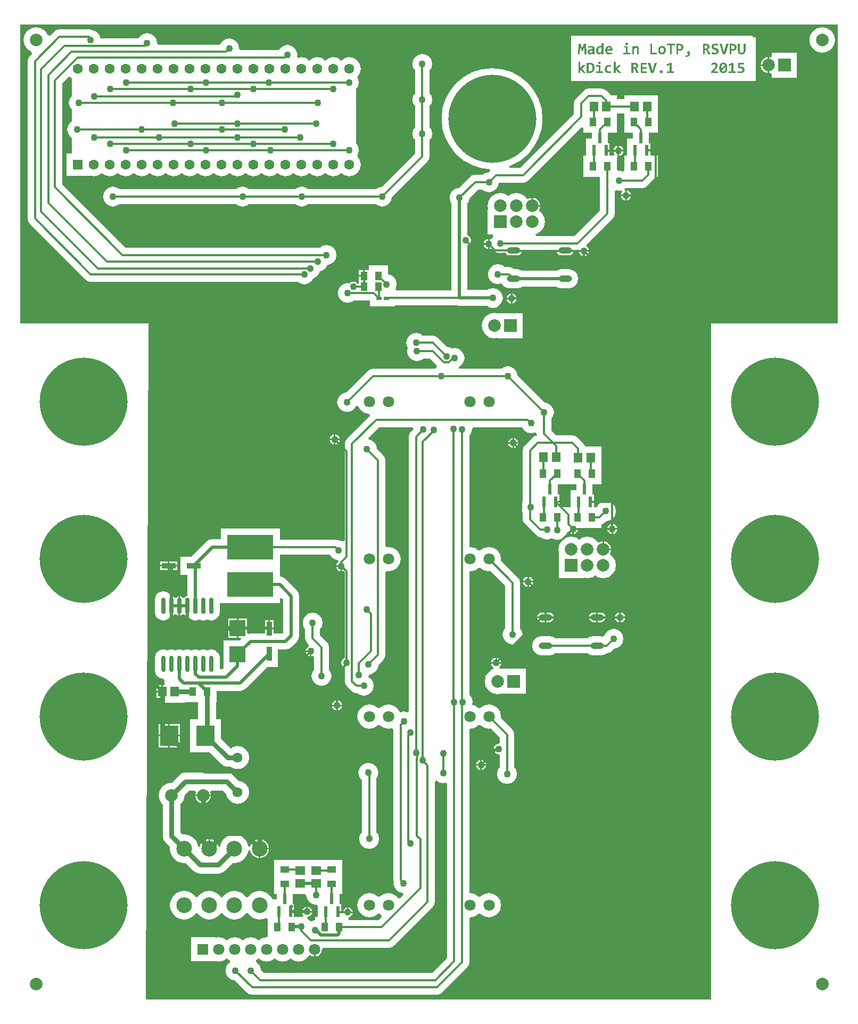
<source format=gtl>
G04 Layer_Physical_Order=1*
G04 Layer_Color=255*
%FSLAX25Y25*%
%MOIN*%
G70*
G01*
G75*
%ADD10R,0.02165X0.07087*%
%ADD11R,0.06102X0.05315*%
%ADD12R,0.04134X0.05315*%
%ADD13R,0.05315X0.04134*%
%ADD14R,0.09842X0.09842*%
%ADD15R,0.05315X0.06102*%
%ADD16R,0.11417X0.12795*%
%ADD17O,0.02756X0.10236*%
%ADD18R,0.29134X0.15354*%
%ADD19R,0.03347X0.08661*%
%ADD20R,0.08661X0.03347*%
%ADD21O,0.08465X0.03937*%
%ADD22R,0.03228X0.02047*%
%ADD23C,0.01181*%
%ADD24C,0.01968*%
%ADD25C,0.03150*%
%ADD26C,0.07874*%
%ADD27C,0.06299*%
%ADD28R,0.07874X0.07874*%
%ADD29R,0.07087X0.07087*%
%ADD30C,0.07087*%
%ADD31C,0.09842*%
%ADD32R,0.06299X0.06299*%
%ADD33C,0.55118*%
%ADD34C,0.04331*%
G36*
X511811Y423228D02*
X432346D01*
Y0D01*
X79261D01*
X78428Y837D01*
X80018Y423228D01*
X-99D01*
Y610236D01*
X511811D01*
Y423228D01*
D02*
G37*
%LPC*%
G36*
X141847Y238402D02*
X136425D01*
Y232980D01*
X141847D01*
Y238402D01*
D02*
G37*
G36*
X135425D02*
X130004D01*
Y232980D01*
X135425D01*
Y238402D01*
D02*
G37*
G36*
X374894Y238575D02*
X372266D01*
X372412Y237840D01*
X373112Y236793D01*
X374159Y236093D01*
X374894Y235947D01*
Y238575D01*
D02*
G37*
G36*
X328240Y238673D02*
X323549D01*
X323680Y238015D01*
X324336Y237033D01*
X325318Y236377D01*
X326476Y236147D01*
X328240D01*
Y238673D01*
D02*
G37*
G36*
X378522Y238575D02*
X375894D01*
Y235947D01*
X376629Y236093D01*
X377676Y236793D01*
X378375Y237840D01*
X378522Y238575D01*
D02*
G37*
G36*
X158283Y237417D02*
X156110D01*
Y232587D01*
X158283D01*
Y237417D01*
D02*
G37*
G36*
X181103Y217424D02*
X178475D01*
X178622Y216689D01*
X179321Y215642D01*
X180368Y214942D01*
X181103Y214796D01*
Y217424D01*
D02*
G37*
G36*
X298337Y213758D02*
Y211130D01*
X300965D01*
X300819Y211865D01*
X300119Y212912D01*
X299072Y213612D01*
X298337Y213758D01*
D02*
G37*
G36*
X135425Y231980D02*
X130004D01*
Y226559D01*
X135425D01*
Y231980D01*
D02*
G37*
G36*
X155110Y237417D02*
X152937D01*
Y232587D01*
X155110D01*
Y237417D01*
D02*
G37*
G36*
X371358Y232009D02*
X368977Y231536D01*
X366959Y230187D01*
X365610Y228168D01*
X365552Y227879D01*
X364570Y227223D01*
X363287Y227478D01*
X358760D01*
X356456Y227020D01*
X355039Y226073D01*
X334725D01*
X333308Y227020D01*
X331004Y227478D01*
X326476D01*
X324172Y227020D01*
X322219Y225714D01*
X320913Y223761D01*
X320455Y221457D01*
X320913Y219152D01*
X322219Y217199D01*
X324172Y215894D01*
X326476Y215436D01*
X331004D01*
X333308Y215894D01*
X334725Y216840D01*
X355039D01*
X356456Y215894D01*
X358760Y215436D01*
X363287D01*
X365592Y215894D01*
X367008Y216840D01*
X367027D01*
X368794Y217192D01*
X370292Y218193D01*
X371741Y219642D01*
X373739Y220039D01*
X375758Y221388D01*
X377107Y223406D01*
X377580Y225787D01*
X377107Y228168D01*
X375758Y230187D01*
X373739Y231536D01*
X371358Y232009D01*
D02*
G37*
G36*
X333931Y238673D02*
X329240D01*
Y236147D01*
X331004D01*
X332162Y236377D01*
X333144Y237033D01*
X333800Y238015D01*
X333931Y238673D01*
D02*
G37*
G36*
X363287Y242200D02*
X361524D01*
Y239673D01*
X366215D01*
X366084Y240332D01*
X365428Y241313D01*
X364446Y241969D01*
X363287Y242200D01*
D02*
G37*
G36*
X360524D02*
X358760D01*
X357602Y241969D01*
X356620Y241313D01*
X355964Y240332D01*
X355833Y239673D01*
X360524D01*
Y242200D01*
D02*
G37*
G36*
X89429Y255518D02*
X87355Y255105D01*
X85597Y253930D01*
X84423Y252172D01*
X84010Y250098D01*
Y242618D01*
X84423Y240544D01*
X85597Y238786D01*
X87355Y237612D01*
X89429Y237199D01*
X91503Y237612D01*
X93261Y238786D01*
X94228Y240234D01*
X94429Y240194D01*
X95357Y240378D01*
X96144Y240904D01*
X96339Y241196D01*
X97520D01*
X97715Y240904D01*
X98501Y240378D01*
X98929Y240293D01*
Y246358D01*
Y252424D01*
X98501Y252339D01*
X97715Y251813D01*
X97520Y251521D01*
X96339D01*
X96144Y251813D01*
X95357Y252339D01*
X94429Y252523D01*
X94228Y252483D01*
X93261Y253930D01*
X91503Y255105D01*
X89429Y255518D01*
D02*
G37*
G36*
X320958Y260930D02*
X318331D01*
Y258302D01*
X319065Y258448D01*
X320113Y259148D01*
X320812Y260195D01*
X320958Y260930D01*
D02*
G37*
G36*
X317331D02*
X314703D01*
X314849Y260195D01*
X315548Y259148D01*
X316595Y258448D01*
X317331Y258302D01*
Y260930D01*
D02*
G37*
G36*
X331004Y242200D02*
X329240D01*
Y239673D01*
X333931D01*
X333800Y240332D01*
X333144Y241313D01*
X332162Y241969D01*
X331004Y242200D01*
D02*
G37*
G36*
X366215Y238673D02*
X361524D01*
Y236147D01*
X363287D01*
X364446Y236377D01*
X365428Y237033D01*
X366084Y238015D01*
X366215Y238673D01*
D02*
G37*
G36*
X360524D02*
X355833D01*
X355964Y238015D01*
X356620Y237033D01*
X357602Y236377D01*
X358760Y236147D01*
X360524D01*
Y238673D01*
D02*
G37*
G36*
X374894Y242203D02*
X374159Y242056D01*
X373112Y241357D01*
X372412Y240310D01*
X372266Y239575D01*
X374894D01*
Y242203D01*
D02*
G37*
G36*
X328240Y242200D02*
X326476D01*
X325318Y241969D01*
X324336Y241313D01*
X323680Y240332D01*
X323549Y239673D01*
X328240D01*
Y242200D01*
D02*
G37*
G36*
X375894Y242203D02*
Y239575D01*
X378522D01*
X378375Y240310D01*
X377676Y241357D01*
X376629Y242056D01*
X375894Y242203D01*
D02*
G37*
G36*
X297337Y213758D02*
X296602Y213612D01*
X295555Y212912D01*
X294856Y211865D01*
X294709Y211130D01*
X297337D01*
Y213758D01*
D02*
G37*
G36*
X287802Y146358D02*
X285174D01*
X285320Y145623D01*
X286019Y144576D01*
X287066Y143876D01*
X287802Y143730D01*
Y146358D01*
D02*
G37*
G36*
X129232Y142037D02*
X103248D01*
X101097Y141609D01*
X99274Y140391D01*
X94654Y135771D01*
X94587Y135784D01*
X91514Y135173D01*
X88910Y133433D01*
X87169Y130828D01*
X86558Y127756D01*
X87169Y124684D01*
X88910Y122079D01*
X88967Y122041D01*
Y102264D01*
X89395Y100113D01*
X90613Y98290D01*
X93542Y95360D01*
X93427Y94488D01*
X93732Y92176D01*
X94625Y90021D01*
X96044Y88170D01*
X97895Y86751D01*
X100050Y85858D01*
X102362Y85553D01*
X103235Y85668D01*
X108428Y80475D01*
X110251Y79257D01*
X112402Y78829D01*
X123819D01*
X125969Y79257D01*
X127793Y80475D01*
X132986Y85668D01*
X133858Y85553D01*
X136171Y85858D01*
X138326Y86751D01*
X140176Y88170D01*
X141596Y90021D01*
X142489Y92176D01*
X142629Y93242D01*
X143809Y93281D01*
X144029Y92178D01*
X145337Y90219D01*
X147296Y88911D01*
X149106Y88550D01*
Y94488D01*
Y100426D01*
X147296Y100066D01*
X145337Y98757D01*
X144029Y96799D01*
X143809Y95696D01*
X142629Y95734D01*
X142489Y96801D01*
X141596Y98956D01*
X140176Y100806D01*
X138326Y102226D01*
X136171Y103119D01*
X133858Y103423D01*
X131546Y103119D01*
X129391Y102226D01*
X127540Y100806D01*
X126120Y98956D01*
X125228Y96801D01*
X125088Y95735D01*
X123907Y95696D01*
X123688Y96799D01*
X122379Y98757D01*
X120421Y100066D01*
X118610Y100426D01*
Y94488D01*
X117610D01*
Y100426D01*
X115800Y100066D01*
X113841Y98757D01*
X112532Y96799D01*
X112313Y95696D01*
X111133Y95735D01*
X110993Y96801D01*
X110100Y98956D01*
X108680Y100806D01*
X106830Y102226D01*
X104675Y103119D01*
X102362Y103423D01*
X101490Y103308D01*
X100206Y104592D01*
Y122041D01*
X100264Y122079D01*
X102004Y124684D01*
X102615Y127756D01*
X102602Y127823D01*
X105576Y130798D01*
X109114D01*
X109670Y129756D01*
X109621Y129682D01*
X109337Y128256D01*
X119206D01*
X118922Y129682D01*
X118873Y129756D01*
X119430Y130798D01*
X126904D01*
X128879Y128823D01*
X129250Y126959D01*
X130816Y124615D01*
X133160Y123049D01*
X135925Y122499D01*
X138690Y123049D01*
X141034Y124615D01*
X142601Y126959D01*
X143151Y129724D01*
X142601Y132489D01*
X141034Y134834D01*
X138690Y136400D01*
X136827Y136770D01*
X133206Y140391D01*
X131383Y141609D01*
X129232Y142037D01*
D02*
G37*
G36*
X291429Y146358D02*
X288802D01*
Y143730D01*
X289536Y143876D01*
X290584Y144576D01*
X291283Y145623D01*
X291429Y146358D01*
D02*
G37*
G36*
X288802Y149986D02*
Y147358D01*
X291429D01*
X291283Y148093D01*
X290584Y149140D01*
X289536Y149839D01*
X288802Y149986D01*
D02*
G37*
G36*
X287802D02*
X287066Y149839D01*
X286019Y149140D01*
X285320Y148093D01*
X285174Y147358D01*
X287802D01*
Y149986D01*
D02*
G37*
G36*
X119206Y127256D02*
X114772D01*
Y122822D01*
X116198Y123105D01*
X117831Y124197D01*
X118922Y125830D01*
X119206Y127256D01*
D02*
G37*
G36*
X155544Y93988D02*
X150106D01*
Y88550D01*
X151917Y88911D01*
X153875Y90219D01*
X155184Y92178D01*
X155544Y93988D01*
D02*
G37*
G36*
X205421Y57754D02*
Y55126D01*
X208049D01*
X207903Y55861D01*
X207203Y56908D01*
X206156Y57608D01*
X205421Y57754D01*
D02*
G37*
G36*
X217717Y148151D02*
X215335Y147677D01*
X213317Y146329D01*
X211968Y144310D01*
X211495Y141929D01*
X211968Y139548D01*
X213317Y137530D01*
X213691Y137280D01*
Y104666D01*
X212559Y102972D01*
X212085Y100591D01*
X212559Y98210D01*
X213908Y96191D01*
X215926Y94842D01*
X218307Y94369D01*
X220688Y94842D01*
X222707Y96191D01*
X224055Y98210D01*
X224529Y100591D01*
X224055Y102972D01*
X222923Y104666D01*
Y138738D01*
X223465Y139548D01*
X223938Y141929D01*
X223465Y144310D01*
X222116Y146329D01*
X220098Y147677D01*
X217717Y148151D01*
D02*
G37*
G36*
X113772Y127256D02*
X109337D01*
X109621Y125830D01*
X110712Y124197D01*
X112345Y123105D01*
X113772Y122822D01*
Y127256D01*
D02*
G37*
G36*
X150106Y100426D02*
Y94988D01*
X155544D01*
X155184Y96799D01*
X153875Y98757D01*
X151917Y100066D01*
X150106Y100426D01*
D02*
G37*
G36*
X92512Y164658D02*
X86303D01*
Y157760D01*
X92512D01*
Y164658D01*
D02*
G37*
G36*
X88181Y192217D02*
X85023D01*
Y188665D01*
X88181D01*
Y192217D01*
D02*
G37*
G36*
X198738Y187192D02*
Y184564D01*
X201366D01*
X201220Y185299D01*
X200520Y186346D01*
X199473Y187046D01*
X198738Y187192D01*
D02*
G37*
G36*
X300965Y210130D02*
X294709D01*
X294856Y209395D01*
X295555Y208348D01*
X296261Y207876D01*
X296031Y206718D01*
X295589Y206630D01*
X292985Y204889D01*
X291244Y202285D01*
X290633Y199213D01*
X291244Y196140D01*
X292985Y193536D01*
X295589Y191796D01*
X298661Y191184D01*
X300524Y191555D01*
X300787Y191339D01*
Y191339D01*
X316535D01*
Y207087D01*
X300787D01*
Y207087D01*
X300768Y207071D01*
X300787Y207087D01*
X300022Y206970D01*
X299792Y208129D01*
X300119Y208348D01*
X300819Y209395D01*
X300965Y210130D01*
D02*
G37*
G36*
X182883Y242060D02*
X180502Y241587D01*
X178483Y240238D01*
X177135Y238219D01*
X176661Y235838D01*
X177135Y233457D01*
X178267Y231763D01*
Y226074D01*
X178618Y224307D01*
X179619Y222810D01*
X180402Y222026D01*
X180286Y220851D01*
X179321Y220206D01*
X178622Y219159D01*
X178475Y218424D01*
X181603D01*
Y217924D01*
X182103D01*
Y214796D01*
X182838Y214942D01*
X183779Y214440D01*
Y206546D01*
X182647Y204852D01*
X182173Y202470D01*
X182647Y200090D01*
X183995Y198071D01*
X186014Y196722D01*
X188395Y196249D01*
X190776Y196722D01*
X192795Y198071D01*
X194143Y200090D01*
X194617Y202470D01*
X194143Y204852D01*
X193011Y206546D01*
Y220562D01*
X192660Y222328D01*
X191659Y223826D01*
X187499Y227986D01*
Y231763D01*
X188631Y233457D01*
X189105Y235838D01*
X188631Y238219D01*
X187283Y240238D01*
X185264Y241587D01*
X182883Y242060D01*
D02*
G37*
G36*
X88181Y196768D02*
X85023D01*
Y193217D01*
X88181D01*
Y196768D01*
D02*
G37*
G36*
X197738Y187192D02*
X197003Y187046D01*
X195956Y186346D01*
X195256Y185299D01*
X195110Y184564D01*
X197738D01*
Y187192D01*
D02*
G37*
G36*
X92512Y172555D02*
X86303D01*
Y165658D01*
X92512D01*
Y172555D01*
D02*
G37*
G36*
X99721Y164658D02*
X93512D01*
Y157760D01*
X99721D01*
Y164658D01*
D02*
G37*
G36*
Y172555D02*
X93512D01*
Y165658D01*
X99721D01*
Y172555D01*
D02*
G37*
G36*
X201366Y183564D02*
X198738D01*
Y180936D01*
X199473Y181082D01*
X200520Y181782D01*
X201220Y182829D01*
X201366Y183564D01*
D02*
G37*
G36*
X197738D02*
X195110D01*
X195256Y182829D01*
X195956Y181782D01*
X197003Y181082D01*
X197738Y180936D01*
Y183564D01*
D02*
G37*
G36*
X355884Y468004D02*
X353256D01*
Y465376D01*
X353991Y465522D01*
X355038Y466222D01*
X355738Y467269D01*
X355884Y468004D01*
D02*
G37*
G36*
X214461Y456414D02*
X211894D01*
Y453256D01*
X214461D01*
Y456414D01*
D02*
G37*
G36*
X292709Y472236D02*
X290081D01*
X290227Y471501D01*
X290927Y470454D01*
X291974Y469755D01*
X292709Y469608D01*
Y472236D01*
D02*
G37*
G36*
X320894Y501548D02*
Y497114D01*
X325328D01*
X325044Y498540D01*
X323953Y500174D01*
X322320Y501265D01*
X320894Y501548D01*
D02*
G37*
G36*
X292709Y475864D02*
X291974Y475718D01*
X290927Y475018D01*
X290227Y473971D01*
X290081Y473236D01*
X292709D01*
Y475864D01*
D02*
G37*
G36*
X298917Y460061D02*
X296536Y459587D01*
X294518Y458238D01*
X293169Y456220D01*
X292695Y453839D01*
X293169Y451458D01*
X294518Y449439D01*
X296536Y448090D01*
X298917Y447617D01*
X301237Y448078D01*
X302140Y446727D01*
X304093Y445421D01*
X306398Y444963D01*
X310925D01*
X313229Y445421D01*
X314045Y445966D01*
X335561D01*
X336377Y445421D01*
X338681Y444963D01*
X343209D01*
X345513Y445421D01*
X347466Y446727D01*
X348772Y448680D01*
X349230Y450984D01*
X348772Y453288D01*
X347466Y455242D01*
X345513Y456547D01*
X343209Y457005D01*
X338681D01*
X336377Y456547D01*
X335561Y456002D01*
X314045D01*
X313229Y456547D01*
X310925Y457005D01*
X309169D01*
X309071Y457103D01*
X307574Y458103D01*
X305807Y458455D01*
X302993D01*
X301298Y459587D01*
X298917Y460061D01*
D02*
G37*
G36*
X306980Y438083D02*
X304352D01*
X304499Y437348D01*
X305198Y436301D01*
X306245Y435601D01*
X306980Y435455D01*
Y438083D01*
D02*
G37*
G36*
X296693Y429682D02*
X293621Y429071D01*
X291016Y427330D01*
X289276Y424726D01*
X288665Y421654D01*
X289276Y418581D01*
X291016Y415977D01*
X293621Y414236D01*
X296693Y413625D01*
X298555Y413996D01*
X298819Y413780D01*
Y413780D01*
X314567D01*
Y429528D01*
X298819D01*
Y429528D01*
X298555Y429311D01*
X296693Y429682D01*
D02*
G37*
G36*
X310608Y438083D02*
X307980D01*
Y435455D01*
X308715Y435601D01*
X309762Y436301D01*
X310462Y437348D01*
X310608Y438083D01*
D02*
G37*
G36*
X307980Y441711D02*
Y439083D01*
X310608D01*
X310462Y439818D01*
X309762Y440865D01*
X308715Y441564D01*
X307980Y441711D01*
D02*
G37*
G36*
X306980D02*
X306245Y441564D01*
X305198Y440865D01*
X304499Y439818D01*
X304352Y439083D01*
X306980D01*
Y441711D01*
D02*
G37*
G36*
X467846Y584146D02*
X463412D01*
X463696Y582719D01*
X464787Y581086D01*
X466420Y579995D01*
X467846Y579711D01*
Y584146D01*
D02*
G37*
G36*
X458388Y603133D02*
X344776D01*
Y601968D01*
X344685D01*
Y574803D01*
X460433D01*
Y601968D01*
X458388D01*
Y603133D01*
D02*
G37*
G36*
X467846Y589580D02*
X466420Y589296D01*
X464787Y588205D01*
X463696Y586572D01*
X463412Y585146D01*
X467846D01*
Y589580D01*
D02*
G37*
G36*
X501969Y608422D02*
X498896Y607811D01*
X496292Y606071D01*
X494551Y603466D01*
X493940Y600394D01*
X494551Y597322D01*
X496292Y594717D01*
X498896Y592977D01*
X501969Y592366D01*
X505041Y592977D01*
X507645Y594717D01*
X509386Y597322D01*
X509997Y600394D01*
X509386Y603466D01*
X507645Y606071D01*
X505041Y607811D01*
X501969Y608422D01*
D02*
G37*
G36*
X486220Y592520D02*
X470472D01*
Y590187D01*
X469559Y589438D01*
X468846Y589580D01*
Y584646D01*
Y579711D01*
X469559Y579853D01*
X470472Y579104D01*
Y576772D01*
X486220D01*
Y592520D01*
D02*
G37*
G36*
X251575Y591655D02*
X249194Y591181D01*
X247175Y589832D01*
X245827Y587814D01*
X245353Y585433D01*
X245827Y583052D01*
X246958Y581358D01*
Y567067D01*
X245827Y565373D01*
X245353Y562992D01*
X245827Y560611D01*
X246958Y558917D01*
Y545807D01*
X245827Y544113D01*
X245353Y541732D01*
X245827Y539351D01*
X246958Y537657D01*
Y529471D01*
X225995Y508508D01*
X223997Y508111D01*
X222303Y506979D01*
X180059D01*
X178365Y508111D01*
X175984Y508584D01*
X173603Y508111D01*
X171909Y506979D01*
X143052D01*
X141357Y508111D01*
X138976Y508584D01*
X136595Y508111D01*
X134901Y506979D01*
X61949D01*
X60255Y508111D01*
X57874Y508584D01*
X55493Y508111D01*
X53474Y506762D01*
X52126Y504743D01*
X51652Y502362D01*
X52126Y499981D01*
X53474Y497963D01*
X55493Y496614D01*
X57874Y496140D01*
X60255Y496614D01*
X61949Y497746D01*
X134901D01*
X136595Y496614D01*
X138976Y496140D01*
X141357Y496614D01*
X143052Y497746D01*
X171909D01*
X173603Y496614D01*
X175984Y496140D01*
X178365Y496614D01*
X180059Y497746D01*
X222303D01*
X223997Y496614D01*
X226378Y496140D01*
X228759Y496614D01*
X230778Y497963D01*
X232126Y499981D01*
X232524Y501980D01*
X254839Y524295D01*
X254839Y524295D01*
X254839Y524295D01*
X255840Y525792D01*
X256191Y527559D01*
Y537657D01*
X257323Y539351D01*
X257797Y541732D01*
X257323Y544113D01*
X256191Y545807D01*
Y558917D01*
X257323Y560611D01*
X257797Y562992D01*
X257323Y565373D01*
X256191Y567067D01*
Y581358D01*
X257323Y583052D01*
X257797Y585433D01*
X257323Y587814D01*
X255974Y589832D01*
X253956Y591181D01*
X251575Y591655D01*
D02*
G37*
G36*
X382262Y502650D02*
X379634D01*
Y500022D01*
X380369Y500168D01*
X381416Y500868D01*
X382116Y501915D01*
X382262Y502650D01*
D02*
G37*
G36*
X378634D02*
X376006D01*
X376152Y501915D01*
X376852Y500868D01*
X377899Y500168D01*
X378634Y500022D01*
Y502650D01*
D02*
G37*
G36*
X379634Y506278D02*
Y503650D01*
X382262D01*
X382116Y504385D01*
X381416Y505432D01*
X380369Y506131D01*
X379634Y506278D01*
D02*
G37*
G36*
X9843Y608422D02*
X6770Y607811D01*
X4166Y606071D01*
X2425Y603466D01*
X1814Y600394D01*
X2425Y597322D01*
X4166Y594717D01*
X6770Y592977D01*
X6816Y592968D01*
X7159Y591837D01*
X5692Y590371D01*
X4692Y588873D01*
X4340Y587106D01*
Y488583D01*
X4692Y486816D01*
X5692Y485319D01*
X5692Y485319D01*
X5692Y485319D01*
Y485319D01*
X5692Y485319D01*
X40611Y450400D01*
X42109Y449399D01*
X43876Y449048D01*
X173591D01*
X175285Y447916D01*
X177666Y447442D01*
X180047Y447916D01*
X182066Y449264D01*
X183414Y451283D01*
X183452Y451470D01*
X183779Y451535D01*
X185797Y452884D01*
X187146Y454902D01*
X187306Y455707D01*
X188602Y455964D01*
X190620Y457313D01*
X191969Y459332D01*
X192047Y459726D01*
X193916Y460098D01*
X195935Y461447D01*
X197284Y463465D01*
X197757Y465846D01*
X197284Y468227D01*
X195935Y470246D01*
X193916Y471595D01*
X191535Y472068D01*
X189154Y471595D01*
X187460Y470463D01*
X65790D01*
X26073Y510180D01*
Y573285D01*
X30105Y577317D01*
X30757Y577253D01*
X32087Y576365D01*
Y565469D01*
X32018Y565423D01*
X30669Y563405D01*
X30196Y561024D01*
X30669Y558643D01*
X32018Y556624D01*
X32087Y556578D01*
Y549395D01*
X31033Y548691D01*
X29685Y546672D01*
X29211Y544291D01*
X29685Y541910D01*
X31033Y539892D01*
X32087Y539188D01*
Y529449D01*
X28780D01*
Y515276D01*
X42953D01*
Y515276D01*
X45168Y515276D01*
X45866Y515137D01*
X48631Y515687D01*
X50866Y517180D01*
X53101Y515687D01*
X55866Y515137D01*
X58631Y515687D01*
X60866Y517180D01*
X63101Y515687D01*
X65866Y515137D01*
X68631Y515687D01*
X70866Y517180D01*
X73101Y515687D01*
X75866Y515137D01*
X78631Y515687D01*
X80866Y517180D01*
X83101Y515687D01*
X85866Y515137D01*
X88631Y515687D01*
X90866Y517180D01*
X93101Y515687D01*
X95866Y515137D01*
X98631Y515687D01*
X100866Y517180D01*
X103101Y515687D01*
X105866Y515137D01*
X108631Y515687D01*
X110866Y517180D01*
X113101Y515687D01*
X115866Y515137D01*
X118631Y515687D01*
X120866Y517180D01*
X123101Y515687D01*
X125866Y515137D01*
X128631Y515687D01*
X130866Y517180D01*
X133101Y515687D01*
X135866Y515137D01*
X138631Y515687D01*
X140866Y517180D01*
X143101Y515687D01*
X145866Y515137D01*
X148631Y515687D01*
X150866Y517180D01*
X153101Y515687D01*
X155866Y515137D01*
X158631Y515687D01*
X160866Y517180D01*
X163101Y515687D01*
X165866Y515137D01*
X168631Y515687D01*
X170866Y517180D01*
X173101Y515687D01*
X175866Y515137D01*
X178631Y515687D01*
X180866Y517180D01*
X183101Y515687D01*
X185866Y515137D01*
X188631Y515687D01*
X190866Y517180D01*
X193101Y515687D01*
X195866Y515137D01*
X198631Y515687D01*
X200866Y517180D01*
X203101Y515687D01*
X205866Y515137D01*
X208631Y515687D01*
X210975Y517253D01*
X212542Y519597D01*
X213092Y522362D01*
X212542Y525127D01*
X210975Y527471D01*
Y527471D01*
X210975D01*
X210834Y528183D01*
X211457Y529115D01*
X211930Y531496D01*
X211457Y533877D01*
X210236Y535704D01*
Y569611D01*
X211457Y571438D01*
X211930Y573819D01*
X211457Y576200D01*
X210924Y576997D01*
X210975Y577253D01*
X210975Y577253D01*
X210975D01*
X212542Y579597D01*
X213092Y582362D01*
X212542Y585127D01*
X210975Y587471D01*
X208631Y589038D01*
X205866Y589588D01*
X203101Y589038D01*
X200866Y587544D01*
X198631Y589038D01*
X195866Y589588D01*
X193101Y589038D01*
X190866Y587544D01*
X188631Y589038D01*
X185866Y589588D01*
X183101Y589038D01*
X180866Y587544D01*
X178631Y589038D01*
X175866Y589588D01*
X173985Y589214D01*
X173150Y590049D01*
X173348Y591043D01*
X172874Y593424D01*
X171526Y595443D01*
X169507Y596792D01*
X167126Y597265D01*
X164745Y596792D01*
X162726Y595443D01*
X161819Y594085D01*
X137566D01*
X136817Y594998D01*
X136838Y595108D01*
X136365Y597489D01*
X135016Y599507D01*
X132998Y600856D01*
X130617Y601330D01*
X128236Y600856D01*
X126217Y599507D01*
X124896Y597530D01*
X86205D01*
X85456Y598443D01*
X85458Y598454D01*
X84984Y600835D01*
X83636Y602854D01*
X81617Y604203D01*
X79236Y604676D01*
X76855Y604203D01*
X74837Y602854D01*
X73910Y601467D01*
X49914D01*
X49648Y602804D01*
X48299Y604822D01*
X46281Y606171D01*
X44973Y606431D01*
X44680Y606627D01*
X42913Y606979D01*
X24213D01*
X22446Y606627D01*
X20948Y605626D01*
X18399Y603077D01*
X17269Y603420D01*
X17260Y603466D01*
X15519Y606071D01*
X12915Y607811D01*
X9843Y608422D01*
D02*
G37*
G36*
X295276Y582830D02*
X289101Y582222D01*
X283164Y580421D01*
X277693Y577496D01*
X272897Y573560D01*
X268961Y568764D01*
X266036Y563293D01*
X264235Y557355D01*
X263627Y551181D01*
X264235Y545007D01*
X266036Y539070D01*
X268961Y533598D01*
X272897Y528802D01*
X277693Y524866D01*
X283164Y521942D01*
X289101Y520141D01*
X293554Y519702D01*
X293952Y518590D01*
X292925Y517563D01*
X290926Y517166D01*
X289232Y516034D01*
X284617D01*
X282851Y515682D01*
X281353Y514682D01*
X274492Y507821D01*
X272494Y507423D01*
X270475Y506074D01*
X269127Y504056D01*
X268653Y501675D01*
X269127Y499294D01*
X269857Y498200D01*
Y443591D01*
X235183D01*
X234626Y444633D01*
X234992Y445180D01*
X235465Y447561D01*
X234992Y449942D01*
X233643Y451961D01*
X231625Y453309D01*
X230020Y453629D01*
Y459350D01*
X218012D01*
Y456414D01*
X215461D01*
Y452756D01*
X214961D01*
Y452256D01*
X211894D01*
Y449098D01*
X211894D01*
Y447916D01*
X210960Y447632D01*
X210550Y448247D01*
X209503Y448946D01*
X208268Y449192D01*
X207033Y448946D01*
X205986Y448247D01*
X205923Y448153D01*
X204833Y448370D01*
X202452Y447896D01*
X200433Y446547D01*
X199084Y444529D01*
X198611Y442148D01*
X199084Y439767D01*
X200433Y437748D01*
X202452Y436399D01*
X204833Y435926D01*
X207214Y436399D01*
X208729Y437411D01*
X218779D01*
Y433819D01*
X234567D01*
Y434359D01*
X272925D01*
X272955Y434339D01*
X274875Y433957D01*
X292300D01*
X293394Y433226D01*
X295775Y432753D01*
X298156Y433226D01*
X300174Y434575D01*
X301523Y436594D01*
X301997Y438975D01*
X301523Y441356D01*
X300174Y443374D01*
X298156Y444723D01*
X295775Y445197D01*
X293394Y444723D01*
X292300Y443993D01*
X279892D01*
Y472003D01*
X280087Y472042D01*
X281134Y472741D01*
X281834Y473788D01*
X282080Y475023D01*
X281834Y476258D01*
X281134Y477305D01*
X280087Y478005D01*
X279892Y478044D01*
Y498200D01*
X280623Y499294D01*
X281021Y501292D01*
X286529Y506801D01*
X289232D01*
X290926Y505669D01*
X293307Y505196D01*
X295688Y505669D01*
X297707Y507018D01*
X299055Y509036D01*
X299453Y511035D01*
X299550Y511132D01*
X314645D01*
X315084Y511219D01*
X316412Y511483D01*
X316412Y511483D01*
X316412D01*
X317166Y511987D01*
X317910Y512484D01*
X351271Y545845D01*
X352362Y545393D01*
Y542421D01*
X357874D01*
Y538779D01*
X354134D01*
Y528051D01*
X352362D01*
Y514862D01*
X362805D01*
Y493743D01*
X346907Y477845D01*
X322692D01*
X322576Y479020D01*
X323466Y479197D01*
X326070Y480937D01*
X327811Y483542D01*
X328422Y486614D01*
X327811Y489686D01*
X326070Y492291D01*
X324948Y493041D01*
X324718Y494199D01*
X325044Y494688D01*
X325328Y496114D01*
X320394D01*
Y496614D01*
X319894D01*
Y501548D01*
X318467Y501265D01*
X317979Y500938D01*
X316820Y501169D01*
X316070Y502291D01*
X313466Y504031D01*
X310394Y504642D01*
X307321Y504031D01*
X305394Y502743D01*
X303466Y504031D01*
X300394Y504642D01*
X297321Y504031D01*
X294717Y502291D01*
X292976Y499686D01*
X292365Y496614D01*
X292736Y494752D01*
X292520Y494488D01*
X292520D01*
Y478740D01*
X295657D01*
X295994Y477628D01*
X294646Y475609D01*
D01*
X294444Y475718D01*
D01*
X294444Y475718D01*
X294444Y475718D01*
X293709Y475864D01*
Y472736D01*
Y469608D01*
X294444Y469755D01*
X295088Y470185D01*
X295994Y468829D01*
X298013Y467480D01*
X300394Y467006D01*
X302775Y467480D01*
X302775Y467480D01*
X302775Y467480D01*
X303601Y467543D01*
D01*
D01*
X304257Y466561D01*
X305239Y465905D01*
X306398Y465674D01*
X310925D01*
X312083Y465905D01*
X313065Y466561D01*
X313721Y467543D01*
X313934Y468612D01*
X335672D01*
X335885Y467543D01*
X336541Y466561D01*
X337523Y465905D01*
X338681Y465674D01*
X343209D01*
X344367Y465905D01*
X345349Y466561D01*
X346005Y467543D01*
X346218Y468612D01*
X348819D01*
X348819Y468612D01*
X348819Y468612D01*
X349529Y468504D01*
X349529Y468504D01*
X349529Y468504D01*
X349774Y467269D01*
X350474Y466222D01*
X351521Y465522D01*
X352256Y465376D01*
Y468504D01*
X352756D01*
Y469004D01*
X355884D01*
X355738Y469739D01*
X355038Y470786D01*
X354533Y471123D01*
X354418Y472299D01*
X370685Y488566D01*
X371686Y490064D01*
X372038Y491831D01*
X372038Y491831D01*
X372038Y491831D01*
Y491831D01*
Y505760D01*
X372951Y506509D01*
X374606Y506180D01*
X376429Y506542D01*
X376881Y505451D01*
X376852Y505432D01*
X376152Y504385D01*
X376006Y503650D01*
X378634D01*
Y506278D01*
X378457Y506242D01*
X378225Y506803D01*
X378881Y507785D01*
X389370D01*
X391137Y508137D01*
X392634Y509137D01*
X392634Y509137D01*
X392634Y509137D01*
X396276Y512779D01*
X397277Y514277D01*
X397393Y514862D01*
X399016D01*
Y528051D01*
X394307D01*
Y530799D01*
X392224D01*
Y531693D01*
X393504D01*
Y531799D01*
X394307D01*
Y535843D01*
X393504D01*
Y542421D01*
X399016D01*
Y555610D01*
X399016D01*
Y565846D01*
X377953D01*
Y563475D01*
X373425D01*
Y565846D01*
X369816D01*
X367044Y568618D01*
X367044Y568618D01*
X367044Y568619D01*
X366181Y569195D01*
X365546Y569619D01*
X365546Y569619D01*
X365546Y569619D01*
X364604Y569807D01*
X363780Y569971D01*
X363780Y569971D01*
X363780Y569971D01*
X355906D01*
X354139Y569619D01*
X352641Y568619D01*
X347917Y563894D01*
X346916Y562397D01*
X346565Y560630D01*
Y554196D01*
X312733Y520364D01*
X306211D01*
X306038Y521533D01*
X307387Y521942D01*
X312859Y524866D01*
X317654Y528802D01*
X321590Y533598D01*
X324515Y539070D01*
X326316Y545007D01*
X326924Y551181D01*
X326316Y557355D01*
X324515Y563293D01*
X321590Y568764D01*
X317654Y573560D01*
X312859Y577496D01*
X307387Y580421D01*
X301450Y582222D01*
X295276Y582830D01*
D02*
G37*
G36*
X365382Y286588D02*
Y282154D01*
X369816D01*
X369532Y283580D01*
X368441Y285213D01*
X366808Y286304D01*
X365382Y286588D01*
D02*
G37*
G36*
X97949Y274130D02*
X93118D01*
Y271957D01*
X97949D01*
Y274130D01*
D02*
G37*
G36*
X247736Y417147D02*
X245355Y416674D01*
X243337Y415325D01*
X241988Y413306D01*
X241514Y410925D01*
X241988Y408544D01*
X242443Y407863D01*
X242019Y405728D01*
X242492Y403347D01*
X243841Y401329D01*
X245859Y399980D01*
X248240Y399507D01*
X250622Y399980D01*
X252316Y401112D01*
X256246D01*
X260615Y396743D01*
X260499Y395568D01*
X259311Y394774D01*
X220768D01*
X219001Y394422D01*
X217503Y393422D01*
X204047Y379965D01*
X202048Y379567D01*
X200030Y378218D01*
X198681Y376200D01*
X198207Y373819D01*
X198681Y371438D01*
X200030Y369419D01*
X202048Y368071D01*
X204429Y367597D01*
X206810Y368071D01*
X208829Y369419D01*
X210177Y371438D01*
X210193Y371517D01*
X211374D01*
X211458Y371097D01*
X213111Y368623D01*
X215585Y366969D01*
X218357Y366418D01*
X218700Y365288D01*
X204315Y350902D01*
X203314Y349404D01*
X202962Y347638D01*
Y287189D01*
X201921Y286632D01*
X201594Y286851D01*
X199213Y287324D01*
X199070Y287296D01*
X199011Y287336D01*
X197244Y287687D01*
X162303D01*
Y294685D01*
X125295D01*
Y288089D01*
X119980D01*
X118060Y287707D01*
X116432Y286619D01*
X106880Y277067D01*
X100099D01*
Y265846D01*
X104411D01*
Y252519D01*
X103501Y252339D01*
X102715Y251813D01*
X102520Y251521D01*
X101339D01*
X101144Y251813D01*
X100357Y252339D01*
X99929Y252424D01*
Y246358D01*
Y240293D01*
X100357Y240378D01*
X101144Y240904D01*
X101339Y241196D01*
X102520D01*
X102715Y240904D01*
X103501Y240378D01*
X104429Y240194D01*
X104630Y240234D01*
X105597Y238786D01*
X107355Y237612D01*
X109429Y237199D01*
X111503Y237612D01*
X111929Y237896D01*
X112355Y237612D01*
X114429Y237199D01*
X116503Y237612D01*
X116929Y237896D01*
X117355Y237612D01*
X119429Y237199D01*
X121503Y237612D01*
X123261Y238786D01*
X124436Y240544D01*
X124848Y242618D01*
Y248228D01*
X124848D01*
X125295D01*
X125683Y248228D01*
X125683Y248228D01*
Y248228D01*
X162303D01*
Y251105D01*
X163394Y251557D01*
X164471Y250481D01*
Y229834D01*
X163670Y229033D01*
X158283D01*
Y231587D01*
X152937D01*
Y229033D01*
X143996D01*
X142760Y228787D01*
X141847Y229537D01*
Y231980D01*
X136425D01*
Y226559D01*
X137900D01*
X138221Y225785D01*
X137564Y224803D01*
X127067D01*
Y207087D01*
D01*
X127067D01*
X125874Y206592D01*
X124848D01*
Y213681D01*
X124436Y215755D01*
X123261Y217513D01*
X121503Y218688D01*
X119429Y219100D01*
X117355Y218688D01*
X116929Y218403D01*
X116503Y218688D01*
X114429Y219100D01*
X112355Y218688D01*
X111929Y218403D01*
X111503Y218688D01*
X109429Y219100D01*
X107355Y218688D01*
X106929Y218403D01*
X106503Y218688D01*
X104429Y219100D01*
X102355Y218688D01*
X101929Y218403D01*
X101503Y218688D01*
X99429Y219100D01*
X97355Y218688D01*
X96929Y218403D01*
X96503Y218688D01*
X94429Y219100D01*
X92355Y218688D01*
X91929Y218403D01*
X91503Y218688D01*
X89429Y219100D01*
X87355Y218688D01*
X85597Y217513D01*
X84423Y215755D01*
X84010Y213681D01*
Y206201D01*
X84423Y204127D01*
X85597Y202369D01*
X87355Y201194D01*
X89429Y200782D01*
D01*
D01*
D01*
D01*
X89795Y200537D01*
X89960Y199705D01*
Y199705D01*
D01*
Y199705D01*
X89960D01*
D01*
Y199697D01*
X89960D01*
Y196768D01*
X89181D01*
Y192717D01*
Y188665D01*
X89960D01*
Y185728D01*
X103149D01*
Y186122D01*
X111211D01*
Y175492D01*
X106201D01*
Y154823D01*
X118234D01*
X125652Y147404D01*
X127475Y146186D01*
X129626Y145758D01*
X131580D01*
X133160Y144702D01*
X135925Y144152D01*
X138690Y144702D01*
X141034Y146269D01*
X142601Y148613D01*
X143151Y151378D01*
X142601Y154143D01*
X141034Y156487D01*
X138690Y158053D01*
X135925Y158603D01*
X133160Y158053D01*
X131804Y157147D01*
X125492Y163460D01*
Y175492D01*
X122450D01*
Y186122D01*
X122835D01*
Y193211D01*
X137500D01*
X139420Y193593D01*
X141048Y194680D01*
X154439Y208071D01*
X161221D01*
Y218998D01*
X165748D01*
X167668Y219380D01*
X169296Y220468D01*
X173036Y224208D01*
X173036Y224208D01*
X174124Y225836D01*
X174506Y227756D01*
Y252559D01*
X174124Y254479D01*
X173036Y256107D01*
X165851Y263292D01*
X164223Y264380D01*
X162303Y264762D01*
Y270622D01*
X162303Y270622D01*
D01*
D01*
X162303Y271457D01*
D01*
Y271457D01*
X162303Y271457D01*
X162303Y272292D01*
X162303Y272292D01*
X162303D01*
Y278455D01*
X193642D01*
X194813Y276703D01*
X196832Y275354D01*
X198811Y274960D01*
X199042Y273802D01*
X198505Y273444D01*
X197806Y272396D01*
X197660Y271661D01*
X200787D01*
Y271161D01*
X201287D01*
Y268034D01*
X202023Y268180D01*
X202962Y267677D01*
Y213672D01*
X202712Y213622D01*
X201665Y212922D01*
X200965Y211875D01*
X200720Y210640D01*
X200965Y209405D01*
X201665Y208358D01*
X202712Y207659D01*
X202962Y207609D01*
Y199213D01*
X203314Y197446D01*
X204315Y195948D01*
X204314Y195948D01*
X204315Y195948D01*
X207169Y193094D01*
X208666Y192093D01*
X210433Y191742D01*
X210885D01*
X212580Y190610D01*
X214961Y190136D01*
X217342Y190610D01*
X219360Y191959D01*
X220709Y193977D01*
X221182Y196358D01*
X220709Y198739D01*
X219360Y200758D01*
X217769Y201821D01*
X218033Y203150D01*
D01*
D01*
X220305Y204006D01*
X220305D01*
X222324Y205355D01*
X223672Y207373D01*
X224070Y209372D01*
X227182Y212483D01*
X228182Y213981D01*
X228534Y215748D01*
Y267387D01*
X229447Y268137D01*
X230315Y267964D01*
X233234Y268544D01*
X235708Y270198D01*
X237361Y272672D01*
X237942Y275591D01*
X237361Y278509D01*
X235708Y280984D01*
X233234Y282637D01*
X230315Y283218D01*
X229447Y283045D01*
X228534Y283794D01*
Y337303D01*
X228182Y339070D01*
X227182Y340567D01*
X223075Y344674D01*
X222677Y346672D01*
X221329Y348691D01*
X219310Y350040D01*
X218202Y350260D01*
X217860Y351390D01*
X224648Y358179D01*
X245328D01*
X246077Y357266D01*
X246020Y356977D01*
X244484Y355442D01*
X243483Y353944D01*
X243132Y352177D01*
Y180656D01*
X242219Y179906D01*
X240059Y180336D01*
X237678Y179862D01*
X237381Y179986D01*
X237361Y180084D01*
X235708Y182558D01*
X233234Y184212D01*
X230315Y184792D01*
X227396Y184212D01*
X224922Y182558D01*
X223897D01*
X221423Y184212D01*
X218504Y184792D01*
X215585Y184212D01*
X213111Y182558D01*
X211458Y180084D01*
X210877Y177165D01*
X211458Y174247D01*
X213111Y171772D01*
X215585Y170119D01*
X218504Y169538D01*
X221423Y170119D01*
X223897Y171772D01*
X224922D01*
X227396Y170119D01*
X230315Y169538D01*
X232463Y169966D01*
X233376Y169217D01*
Y74606D01*
X233635Y73303D01*
X233542Y72835D01*
X234015Y70454D01*
X235364Y68435D01*
X237383Y67086D01*
X239394Y66686D01*
X239736Y65556D01*
X237536Y63356D01*
X236361Y63472D01*
X235708Y64448D01*
X233234Y66101D01*
X230315Y66682D01*
X227396Y66101D01*
X224922Y64448D01*
X223897D01*
X221423Y66101D01*
X218504Y66682D01*
X215585Y66101D01*
X213111Y64448D01*
X211458Y61974D01*
X210877Y59055D01*
X211458Y56137D01*
X213111Y53662D01*
X215585Y52009D01*
X218504Y51428D01*
X221423Y52009D01*
X223897Y53662D01*
X224922D01*
X225899Y53010D01*
X226014Y51834D01*
X224072Y49892D01*
X205413D01*
Y51496D01*
X206156Y51644D01*
X207203Y52344D01*
X207903Y53391D01*
X208049Y54126D01*
X204921D01*
Y54626D01*
X204421D01*
Y57754D01*
X203686Y57608D01*
X202639Y56908D01*
X201940Y55861D01*
X201880Y55562D01*
X200705Y55678D01*
Y59662D01*
X199902D01*
Y66240D01*
X201477D01*
Y75295D01*
Y87303D01*
X188287D01*
Y87303D01*
X171949D01*
Y87303D01*
X158760D01*
Y75295D01*
Y66240D01*
X160335D01*
Y62599D01*
X157727D01*
X157344Y63523D01*
X155924Y65373D01*
X154074Y66793D01*
X151919Y67686D01*
X149606Y67990D01*
X147294Y67686D01*
X145139Y66793D01*
X143289Y65373D01*
X142323Y64114D01*
X141142D01*
X140176Y65373D01*
X138326Y66793D01*
X136171Y67686D01*
X133858Y67990D01*
X131546Y67686D01*
X129391Y66793D01*
X127540Y65373D01*
X126575Y64114D01*
X125394D01*
X124428Y65373D01*
X122578Y66793D01*
X120423Y67686D01*
X118110Y67990D01*
X115798Y67686D01*
X113643Y66793D01*
X111792Y65373D01*
X110827Y64114D01*
X109646D01*
X108680Y65373D01*
X106830Y66793D01*
X104675Y67686D01*
X102362Y67990D01*
X100050Y67686D01*
X97895Y66793D01*
X96044Y65373D01*
X94625Y63523D01*
X93732Y61368D01*
X93427Y59055D01*
X93732Y56743D01*
X94625Y54588D01*
X96044Y52737D01*
X97895Y51318D01*
X100050Y50425D01*
X102362Y50121D01*
X104675Y50425D01*
X106830Y51318D01*
X108680Y52737D01*
X109646Y53996D01*
X110827D01*
X111792Y52737D01*
X113643Y51318D01*
X115798Y50425D01*
X118110Y50121D01*
X120423Y50425D01*
X122578Y51318D01*
X124428Y52737D01*
X125394Y53996D01*
X126575D01*
X127540Y52737D01*
X129391Y51318D01*
X131546Y50425D01*
X133858Y50121D01*
X136171Y50425D01*
X138326Y51318D01*
X140176Y52737D01*
X141142Y53996D01*
X142323D01*
X143289Y52737D01*
X145139Y51318D01*
X147294Y50425D01*
X149606Y50121D01*
X151919Y50425D01*
X153841Y51221D01*
X154471Y50800D01*
X154823Y50341D01*
Y39656D01*
X154173Y39123D01*
X151254Y38542D01*
X149173Y37152D01*
X147092Y38542D01*
X144173Y39123D01*
X141254Y38542D01*
X139173Y37152D01*
X137092Y38542D01*
X134173Y39123D01*
X131254Y38542D01*
X129173Y37152D01*
X127092Y38542D01*
X124173Y39123D01*
X122001Y38691D01*
X121653Y38976D01*
Y38976D01*
X106693D01*
Y24016D01*
X121653D01*
Y24016D01*
X122001Y24301D01*
X124173Y23869D01*
X127092Y24450D01*
X129173Y25840D01*
X131195Y24489D01*
Y24152D01*
X131002Y23179D01*
X130148Y22608D01*
X128799Y20590D01*
X128325Y18209D01*
X128799Y15828D01*
X130148Y13809D01*
X132166Y12460D01*
X134165Y12063D01*
X141716Y4511D01*
X143214Y3511D01*
X144980Y3159D01*
X260827D01*
X262593Y3511D01*
X264091Y4511D01*
X279839Y20259D01*
X279839Y20259D01*
X279839Y20259D01*
X280840Y21757D01*
X281191Y23524D01*
Y51178D01*
X281496Y51428D01*
X284415Y52009D01*
X286889Y53662D01*
X287914D01*
X290388Y52009D01*
X293307Y51428D01*
X296226Y52009D01*
X298700Y53662D01*
X300353Y56137D01*
X300934Y59055D01*
X300353Y61974D01*
X298700Y64448D01*
X296226Y66101D01*
X293307Y66682D01*
X290388Y66101D01*
X287914Y64448D01*
X286889D01*
X284415Y66101D01*
X281496Y66682D01*
X281191Y66932D01*
Y169288D01*
X281496Y169538D01*
X284415Y170119D01*
X286889Y171772D01*
X287914D01*
X290388Y170119D01*
X293307Y169538D01*
X294223Y169721D01*
X300010Y163934D01*
Y160413D01*
X299409Y159920D01*
X298174Y159675D01*
X297127Y158975D01*
X296428Y157928D01*
X296282Y157193D01*
X299410D01*
Y156193D01*
X296282D01*
X296428Y155458D01*
X297127Y154411D01*
X298174Y153711D01*
X299409Y153466D01*
X300010Y152973D01*
Y145315D01*
X298878Y143621D01*
X298404Y141240D01*
X298878Y138859D01*
X300226Y136841D01*
X302245Y135492D01*
X304626Y135018D01*
X307007Y135492D01*
X309026Y136841D01*
X310374Y138859D01*
X310848Y141240D01*
X310374Y143621D01*
X309242Y145315D01*
Y165846D01*
X309242Y165846D01*
X308891Y167613D01*
X307890Y169111D01*
X300752Y176249D01*
X300934Y177165D01*
X300353Y180084D01*
X298700Y182558D01*
X296226Y184212D01*
X293307Y184792D01*
X290388Y184212D01*
X287914Y182558D01*
X286889D01*
X284415Y184212D01*
X282796Y184534D01*
X283092Y186024D01*
X282618Y188405D01*
X281270Y190423D01*
X281191Y190476D01*
Y267713D01*
X281496Y267964D01*
X284415Y268544D01*
X286889Y270198D01*
X287914D01*
X290388Y268544D01*
X293307Y267964D01*
X294223Y268146D01*
X303455Y258915D01*
Y232422D01*
X302323Y230728D01*
X301849Y228346D01*
X302323Y225965D01*
X303671Y223947D01*
X305690Y222598D01*
X308071Y222125D01*
X310452Y222598D01*
X312470Y223947D01*
X313819Y225965D01*
X314293Y228346D01*
X313819Y230728D01*
X312687Y232422D01*
Y260736D01*
X312702Y260812D01*
X312351Y262578D01*
X311350Y264076D01*
X300752Y274674D01*
X300934Y275591D01*
X300353Y278509D01*
X298700Y280984D01*
X296226Y282637D01*
X293307Y283218D01*
X290388Y282637D01*
X287914Y280984D01*
X286889D01*
X284415Y282637D01*
X281496Y283218D01*
X281191Y283468D01*
Y352863D01*
X282225Y354410D01*
X282698Y356791D01*
X282604Y357266D01*
X283353Y358179D01*
X313983D01*
X315285Y356230D01*
X317304Y354882D01*
X319685Y354408D01*
X322066Y354882D01*
X322114Y354914D01*
X323156Y354357D01*
Y353921D01*
X323372Y352835D01*
X322151Y352592D01*
X320653Y351591D01*
X315830Y346768D01*
X314830Y345270D01*
X314478Y343504D01*
Y311794D01*
X313657Y310565D01*
X313183Y308184D01*
X313657Y305803D01*
X314478Y304574D01*
Y300295D01*
X314830Y298529D01*
X315830Y297031D01*
X315830Y297031D01*
X315830Y297031D01*
X315830Y297031D01*
X322017Y290845D01*
D01*
X322017D01*
Y290845D01*
D01*
X322017D01*
Y290845D01*
X322017D01*
X322017Y290845D01*
Y290845D01*
X322017Y290845D01*
Y290845D01*
X323514Y289844D01*
X325281Y289493D01*
X325567D01*
X327261Y288361D01*
X329642Y287887D01*
X332023Y288361D01*
X332700Y288813D01*
X333839Y288051D01*
X336221Y287577D01*
X338339Y287999D01*
X338995Y287017D01*
X337465Y284726D01*
X336854Y281653D01*
X337224Y279791D01*
X337008Y279527D01*
X337008D01*
Y263779D01*
X352756D01*
Y263779D01*
X353019Y263996D01*
X354882Y263625D01*
X357954Y264236D01*
X359882Y265524D01*
X361809Y264236D01*
X364882Y263625D01*
X367954Y264236D01*
X370559Y265977D01*
X372299Y268581D01*
X372910Y271654D01*
X372299Y274726D01*
X370559Y277330D01*
X369436Y278080D01*
X369206Y279239D01*
X369532Y279727D01*
X369816Y281153D01*
X364882D01*
Y281653D01*
X364382D01*
Y286588D01*
X362955Y286304D01*
X362467Y285978D01*
X361309Y286208D01*
X360559Y287330D01*
X357954Y289071D01*
X354882Y289682D01*
X351810Y289071D01*
X349882Y287783D01*
X347954Y289071D01*
X344882Y289682D01*
X341810Y289071D01*
X341780Y289051D01*
X340945Y289886D01*
X341969Y291418D01*
X342182Y292488D01*
X343340Y292719D01*
X343683Y292206D01*
X344729Y291507D01*
X345465Y291360D01*
Y294488D01*
X346465D01*
Y291360D01*
X347200Y291507D01*
X348247Y292206D01*
X348946Y293253D01*
X349192Y294488D01*
X349596Y294980D01*
X363681D01*
Y297194D01*
X364267Y297310D01*
X365764Y298311D01*
X366918Y299464D01*
X368916Y299862D01*
X370935Y301211D01*
X372284Y303229D01*
X372757Y305610D01*
X372284Y307991D01*
X370935Y310010D01*
X368916Y311358D01*
X366535Y311832D01*
X364154Y311358D01*
X362136Y310010D01*
X360906Y308169D01*
X358972D01*
Y310917D01*
X356890D01*
Y311811D01*
X358169D01*
Y311917D01*
X358972D01*
Y315961D01*
X358169D01*
Y322539D01*
X363681D01*
Y335728D01*
X363681D01*
Y345965D01*
X353555D01*
X353478Y346353D01*
X352477Y347851D01*
X348737Y351591D01*
X347239Y352592D01*
X345472Y352943D01*
X335278D01*
X332388Y355833D01*
Y363364D01*
X333520Y365058D01*
X333994Y367439D01*
X333520Y369820D01*
X332172Y371839D01*
X330153Y373187D01*
X328154Y373585D01*
X311199Y390540D01*
X310802Y392538D01*
X309453Y394557D01*
X307435Y395906D01*
X305054Y396379D01*
X302673Y395906D01*
X300978Y394774D01*
X274723D01*
X274380Y395904D01*
X276165Y397096D01*
X277514Y399115D01*
X277987Y401496D01*
X277514Y403877D01*
X276165Y405896D01*
X274146Y407244D01*
X271765Y407718D01*
X269985Y407364D01*
X269015Y408012D01*
X267016Y408410D01*
X261237Y414189D01*
X259739Y415190D01*
X257972Y415542D01*
X251811D01*
X250117Y416674D01*
X247736Y417147D01*
D02*
G37*
G36*
X373699Y293988D02*
X371071D01*
Y291360D01*
X371806Y291507D01*
X372853Y292206D01*
X373553Y293253D01*
X373699Y293988D01*
D02*
G37*
G36*
X370071D02*
X367443D01*
X367589Y293253D01*
X368289Y292206D01*
X369336Y291507D01*
X370071Y291360D01*
Y293988D01*
D02*
G37*
G36*
X92118Y274130D02*
X87287D01*
Y271957D01*
X92118D01*
Y274130D01*
D02*
G37*
G36*
X318331Y264558D02*
Y261930D01*
X320958D01*
X320812Y262665D01*
X320113Y263712D01*
X319065Y264412D01*
X318331Y264558D01*
D02*
G37*
G36*
X317331D02*
X316595Y264412D01*
X315548Y263712D01*
X314849Y262665D01*
X314703Y261930D01*
X317331D01*
Y264558D01*
D02*
G37*
G36*
X200287Y270661D02*
X197660D01*
X197806Y269926D01*
X198505Y268879D01*
X199552Y268180D01*
X200287Y268034D01*
Y270661D01*
D02*
G37*
G36*
X97949Y270957D02*
X93118D01*
Y268783D01*
X97949D01*
Y270957D01*
D02*
G37*
G36*
X92118D02*
X87287D01*
Y268783D01*
X92118D01*
Y270957D01*
D02*
G37*
G36*
X196153Y353620D02*
X195418Y353474D01*
X194371Y352774D01*
X193672Y351727D01*
X193526Y350992D01*
X196153D01*
Y353620D01*
D02*
G37*
G36*
Y349992D02*
X193526D01*
X193672Y349257D01*
X194371Y348210D01*
X195418Y347511D01*
X196153Y347364D01*
Y349992D01*
D02*
G37*
G36*
X199781D02*
X197153D01*
Y347364D01*
X197889Y347511D01*
X198936Y348210D01*
X199635Y349257D01*
X199781Y349992D01*
D02*
G37*
G36*
X309078Y351373D02*
Y348745D01*
X311706D01*
X311560Y349480D01*
X310860Y350527D01*
X309813Y351227D01*
X309078Y351373D01*
D02*
G37*
G36*
X308078D02*
X307343Y351227D01*
X306296Y350527D01*
X305596Y349480D01*
X305450Y348745D01*
X308078D01*
Y351373D01*
D02*
G37*
G36*
X197153Y353620D02*
Y350992D01*
X199781D01*
X199635Y351727D01*
X198936Y352774D01*
X197889Y353474D01*
X197153Y353620D01*
D02*
G37*
G36*
X371071Y297616D02*
Y294988D01*
X373699D01*
X373553Y295723D01*
X372853Y296770D01*
X371806Y297470D01*
X371071Y297616D01*
D02*
G37*
G36*
X370071D02*
X369336Y297470D01*
X368289Y296770D01*
X367589Y295723D01*
X367443Y294988D01*
X370071D01*
Y297616D01*
D02*
G37*
G36*
X308078Y347745D02*
X305450D01*
X305596Y347010D01*
X306296Y345963D01*
X307343Y345264D01*
X308078Y345117D01*
Y347745D01*
D02*
G37*
G36*
X311706D02*
X309078D01*
Y345117D01*
X309813Y345264D01*
X310860Y345963D01*
X311560Y347010D01*
X311706Y347745D01*
D02*
G37*
%LPD*%
G36*
X395575Y592573D02*
X398296D01*
Y591535D01*
X394341D01*
Y597969D01*
X395575D01*
Y592573D01*
D02*
G37*
G36*
X412778Y597958D02*
X412927D01*
X413100Y597935D01*
X413285Y597912D01*
X413469Y597877D01*
X413654Y597831D01*
X413677Y597819D01*
X413734Y597808D01*
X413827Y597773D01*
X413942Y597727D01*
X414069Y597669D01*
X414196Y597600D01*
X414334Y597519D01*
X414461Y597427D01*
X414472Y597416D01*
X414518Y597381D01*
X414576Y597324D01*
X414645Y597254D01*
X414738Y597162D01*
X414818Y597047D01*
X414899Y596920D01*
X414968Y596782D01*
X414980Y596770D01*
X414991Y596712D01*
X415026Y596632D01*
X415060Y596528D01*
X415084Y596401D01*
X415118Y596251D01*
X415130Y596090D01*
X415141Y595917D01*
Y595894D01*
Y595836D01*
X415130Y595732D01*
X415118Y595606D01*
X415095Y595467D01*
X415072Y595306D01*
X415026Y595144D01*
X414968Y594983D01*
X414957Y594960D01*
X414934Y594914D01*
X414899Y594833D01*
X414841Y594729D01*
X414772Y594614D01*
X414691Y594487D01*
X414588Y594372D01*
X414472Y594245D01*
X414461Y594233D01*
X414415Y594199D01*
X414346Y594141D01*
X414242Y594072D01*
X414126Y593991D01*
X413977Y593911D01*
X413815Y593830D01*
X413642Y593761D01*
X413619Y593749D01*
X413561Y593738D01*
X413458Y593715D01*
X413319Y593680D01*
X413158Y593645D01*
X412962Y593622D01*
X412743Y593611D01*
X412512Y593599D01*
X411901D01*
Y591535D01*
X410679D01*
Y597969D01*
X412662D01*
X412778Y597958D01*
D02*
G37*
G36*
X409630Y596954D02*
X407866D01*
Y591535D01*
X406621D01*
Y596954D01*
X404856D01*
Y597969D01*
X409630D01*
Y596954D01*
D02*
G37*
G36*
X429473Y597958D02*
X429623Y597946D01*
X429784Y597935D01*
X430119Y597877D01*
X430142D01*
X430188Y597854D01*
X430268Y597831D01*
X430372Y597808D01*
X430488Y597762D01*
X430614Y597704D01*
X430741Y597646D01*
X430857Y597566D01*
X430868Y597554D01*
X430903Y597531D01*
X430960Y597485D01*
X431030Y597416D01*
X431110Y597335D01*
X431191Y597243D01*
X431260Y597139D01*
X431329Y597012D01*
X431341Y597001D01*
X431352Y596954D01*
X431387Y596885D01*
X431422Y596782D01*
X431445Y596666D01*
X431479Y596516D01*
X431491Y596355D01*
X431502Y596182D01*
Y596171D01*
Y596124D01*
Y596055D01*
X431491Y595974D01*
X431479Y595882D01*
X431456Y595779D01*
X431398Y595559D01*
Y595548D01*
X431375Y595513D01*
X431352Y595456D01*
X431318Y595398D01*
X431225Y595237D01*
X431099Y595075D01*
X431087Y595064D01*
X431064Y595041D01*
X431030Y595006D01*
X430972Y594960D01*
X430903Y594914D01*
X430833Y594856D01*
X430649Y594752D01*
X430637D01*
X430603Y594729D01*
X430557Y594718D01*
X430488Y594695D01*
X430407Y594660D01*
X430315Y594637D01*
X430095Y594591D01*
X430107D01*
X430130Y594579D01*
X430176Y594556D01*
X430234Y594533D01*
X430303Y594499D01*
X430372Y594452D01*
X430453Y594395D01*
X430522Y594314D01*
X430534Y594303D01*
X430557Y594280D01*
X430591Y594222D01*
X430649Y594153D01*
X430707Y594061D01*
X430776Y593957D01*
X430845Y593830D01*
X430914Y593691D01*
X431952Y591535D01*
X430534D01*
X429623Y593599D01*
Y593611D01*
X429600Y593645D01*
X429565Y593703D01*
X429531Y593761D01*
X429415Y593911D01*
X429346Y593980D01*
X429265Y594037D01*
X429254Y594049D01*
X429219Y594061D01*
X429173Y594084D01*
X429115Y594118D01*
X429035Y594153D01*
X428942Y594176D01*
X428839Y594187D01*
X428723Y594199D01*
X428493D01*
Y591535D01*
X427282D01*
Y597969D01*
X429346D01*
X429473Y597958D01*
D02*
G37*
G36*
X434592Y586262D02*
X434707D01*
X434834Y586239D01*
X434984Y586216D01*
X435123Y586193D01*
X435273Y586147D01*
X435296D01*
X435342Y586124D01*
X435411Y586100D01*
X435503Y586054D01*
X435607Y586008D01*
X435711Y585951D01*
X435826Y585870D01*
X435930Y585789D01*
X435941Y585778D01*
X435976Y585743D01*
X436022Y585697D01*
X436091Y585628D01*
X436160Y585547D01*
X436230Y585443D01*
X436299Y585328D01*
X436356Y585201D01*
X436368Y585190D01*
X436379Y585144D01*
X436403Y585063D01*
X436437Y584971D01*
X436472Y584844D01*
X436495Y584705D01*
X436506Y584555D01*
X436518Y584382D01*
Y584371D01*
Y584313D01*
Y584244D01*
X436506Y584140D01*
X436495Y584037D01*
X436472Y583910D01*
X436414Y583656D01*
Y583645D01*
X436391Y583599D01*
X436368Y583541D01*
X436333Y583460D01*
X436287Y583356D01*
X436241Y583253D01*
X436103Y583010D01*
X436091Y582999D01*
X436068Y582953D01*
X436022Y582895D01*
X435964Y582815D01*
X435895Y582722D01*
X435814Y582607D01*
X435618Y582376D01*
X435607Y582365D01*
X435572Y582319D01*
X435515Y582261D01*
X435434Y582180D01*
X435342Y582077D01*
X435226Y581973D01*
X435111Y581846D01*
X434973Y581719D01*
X434039Y580831D01*
X436748D01*
Y579724D01*
X432378D01*
Y580601D01*
X433889Y582134D01*
X433912Y582157D01*
X433958Y582203D01*
X434039Y582284D01*
X434143Y582388D01*
X434246Y582503D01*
X434362Y582630D01*
X434477Y582757D01*
X434581Y582872D01*
X434592Y582884D01*
X434627Y582930D01*
X434673Y582987D01*
X434731Y583057D01*
X434857Y583241D01*
X434973Y583426D01*
X434984Y583437D01*
X434996Y583472D01*
X435019Y583518D01*
X435053Y583575D01*
X435123Y583714D01*
X435169Y583875D01*
Y583887D01*
X435180Y583910D01*
Y583956D01*
X435192Y584002D01*
X435203Y584140D01*
X435215Y584302D01*
Y584313D01*
Y584336D01*
Y584371D01*
X435203Y584417D01*
X435192Y584521D01*
X435146Y584648D01*
Y584659D01*
X435134Y584671D01*
X435100Y584740D01*
X435053Y584832D01*
X434973Y584924D01*
Y584936D01*
X434950Y584947D01*
X434903Y584994D01*
X434811Y585063D01*
X434696Y585120D01*
X434685D01*
X434661Y585132D01*
X434627Y585144D01*
X434581Y585167D01*
X434454Y585190D01*
X434293Y585201D01*
X434223D01*
X434154Y585190D01*
X434062Y585178D01*
X433958Y585155D01*
X433831Y585132D01*
X433716Y585086D01*
X433589Y585028D01*
X433578Y585017D01*
X433532Y584994D01*
X433474Y584959D01*
X433393Y584913D01*
X433301Y584855D01*
X433197Y584774D01*
X433082Y584694D01*
X432978Y584590D01*
X432344Y585409D01*
X432367Y585432D01*
X432413Y585478D01*
X432505Y585547D01*
X432621Y585639D01*
X432759Y585732D01*
X432909Y585835D01*
X433093Y585939D01*
X433278Y586031D01*
X433289D01*
X433301Y586043D01*
X433370Y586066D01*
X433474Y586112D01*
X433624Y586158D01*
X433785Y586193D01*
X433981Y586239D01*
X434200Y586262D01*
X434419Y586273D01*
X434500D01*
X434592Y586262D01*
D02*
G37*
G36*
X441303Y591535D02*
X439700D01*
X437740Y597969D01*
X439101D01*
X440196Y594095D01*
X440542Y592815D01*
X440911Y594164D01*
X441983Y597969D01*
X443274D01*
X441303Y591535D01*
D02*
G37*
G36*
X446457Y580797D02*
X447875D01*
Y579724D01*
X443586D01*
Y580797D01*
X445223D01*
Y584924D01*
X443793Y584140D01*
X443401Y585120D01*
X445442Y586204D01*
X446457D01*
Y580797D01*
D02*
G37*
G36*
X446053Y597958D02*
X446203D01*
X446376Y597935D01*
X446560Y597912D01*
X446745Y597877D01*
X446929Y597831D01*
X446952Y597819D01*
X447010Y597808D01*
X447102Y597773D01*
X447218Y597727D01*
X447344Y597669D01*
X447471Y597600D01*
X447610Y597519D01*
X447736Y597427D01*
X447748Y597416D01*
X447794Y597381D01*
X447852Y597324D01*
X447921Y597254D01*
X448013Y597162D01*
X448094Y597047D01*
X448175Y596920D01*
X448244Y596782D01*
X448255Y596770D01*
X448267Y596712D01*
X448301Y596632D01*
X448336Y596528D01*
X448359Y596401D01*
X448394Y596251D01*
X448405Y596090D01*
X448417Y595917D01*
Y595894D01*
Y595836D01*
X448405Y595732D01*
X448394Y595606D01*
X448371Y595467D01*
X448348Y595306D01*
X448301Y595144D01*
X448244Y594983D01*
X448232Y594960D01*
X448209Y594914D01*
X448175Y594833D01*
X448117Y594729D01*
X448048Y594614D01*
X447967Y594487D01*
X447863Y594372D01*
X447748Y594245D01*
X447736Y594233D01*
X447690Y594199D01*
X447621Y594141D01*
X447517Y594072D01*
X447402Y593991D01*
X447252Y593911D01*
X447091Y593830D01*
X446918Y593761D01*
X446895Y593749D01*
X446837Y593738D01*
X446733Y593715D01*
X446595Y593680D01*
X446434Y593645D01*
X446238Y593622D01*
X446019Y593611D01*
X445788Y593599D01*
X445177D01*
Y591535D01*
X443955D01*
Y597969D01*
X445938D01*
X446053Y597958D01*
D02*
G37*
G36*
X453951Y593899D02*
Y593888D01*
Y593876D01*
Y593841D01*
Y593795D01*
X453940Y593680D01*
X453928Y593530D01*
X453905Y593357D01*
X453882Y593184D01*
X453836Y593000D01*
X453778Y592815D01*
X453767Y592792D01*
X453744Y592735D01*
X453709Y592654D01*
X453663Y592550D01*
X453594Y592423D01*
X453513Y592296D01*
X453421Y592170D01*
X453305Y592043D01*
X453294Y592031D01*
X453248Y591997D01*
X453179Y591939D01*
X453098Y591870D01*
X452983Y591789D01*
X452856Y591708D01*
X452706Y591639D01*
X452544Y591570D01*
X452521Y591559D01*
X452464Y591547D01*
X452383Y591524D01*
X452256Y591501D01*
X452118Y591466D01*
X451945Y591443D01*
X451760Y591432D01*
X451564Y591420D01*
X451461D01*
X451345Y591432D01*
X451195Y591443D01*
X451034Y591455D01*
X450849Y591489D01*
X450665Y591524D01*
X450492Y591570D01*
X450469Y591581D01*
X450423Y591605D01*
X450342Y591639D01*
X450239Y591685D01*
X450123Y591754D01*
X450008Y591824D01*
X449893Y591916D01*
X449777Y592020D01*
X449766Y592031D01*
X449731Y592077D01*
X449685Y592135D01*
X449627Y592227D01*
X449558Y592331D01*
X449489Y592458D01*
X449431Y592596D01*
X449374Y592746D01*
Y592769D01*
X449351Y592827D01*
X449339Y592907D01*
X449316Y593023D01*
X449293Y593161D01*
X449282Y593323D01*
X449258Y593507D01*
Y593691D01*
Y597969D01*
X450469D01*
Y593772D01*
Y593761D01*
Y593715D01*
Y593657D01*
X450481Y593576D01*
Y593496D01*
X450492Y593392D01*
X450515Y593196D01*
Y593184D01*
X450527Y593150D01*
X450538Y593104D01*
X450561Y593046D01*
X450619Y592907D01*
X450711Y592769D01*
X450723Y592758D01*
X450734Y592746D01*
X450769Y592711D01*
X450815Y592677D01*
X450930Y592585D01*
X451069Y592504D01*
X451080D01*
X451103Y592492D01*
X451149Y592481D01*
X451219Y592469D01*
X451299Y592446D01*
X451380Y592435D01*
X451484Y592423D01*
X451714D01*
X451784Y592435D01*
X451945Y592458D01*
X452118Y592492D01*
X452129D01*
X452152Y592504D01*
X452187Y592527D01*
X452245Y592550D01*
X452348Y592631D01*
X452464Y592735D01*
X452475Y592746D01*
X452487Y592769D01*
X452510Y592804D01*
X452544Y592850D01*
X452579Y592919D01*
X452614Y592988D01*
X452671Y593173D01*
Y593184D01*
X452683Y593219D01*
X452694Y593277D01*
X452706Y593357D01*
X452717Y593449D01*
X452729Y593553D01*
X452740Y593680D01*
Y593818D01*
Y597969D01*
X453951D01*
Y593899D01*
D02*
G37*
G36*
X368767Y584798D02*
X368894D01*
X369033Y584786D01*
X369171Y584774D01*
X369298Y584752D01*
X369309D01*
X369356Y584740D01*
X369413Y584728D01*
X369505Y584717D01*
X369598Y584694D01*
X369701Y584671D01*
X369909Y584625D01*
Y583460D01*
X369897Y583472D01*
X369851Y583483D01*
X369794Y583518D01*
X369713Y583541D01*
X369609Y583587D01*
X369494Y583622D01*
X369240Y583691D01*
X369229D01*
X369182Y583702D01*
X369113Y583725D01*
X369021Y583737D01*
X368917Y583760D01*
X368802Y583771D01*
X368560Y583783D01*
X368445D01*
X368364Y583771D01*
X368272Y583760D01*
X368168Y583737D01*
X367960Y583668D01*
X367949D01*
X367914Y583645D01*
X367868Y583622D01*
X367811Y583587D01*
X367661Y583483D01*
X367511Y583345D01*
X367499Y583333D01*
X367476Y583310D01*
X367453Y583264D01*
X367407Y583207D01*
X367361Y583137D01*
X367315Y583057D01*
X367234Y582861D01*
Y582849D01*
X367222Y582815D01*
X367211Y582757D01*
X367188Y582676D01*
X367176Y582584D01*
X367153Y582469D01*
X367142Y582226D01*
Y582215D01*
Y582169D01*
Y582100D01*
X367153Y582007D01*
X367165Y581904D01*
X367176Y581788D01*
X367234Y581569D01*
Y581558D01*
X367257Y581523D01*
X367280Y581465D01*
X367315Y581408D01*
X367395Y581246D01*
X367522Y581085D01*
X367534Y581073D01*
X367557Y581050D01*
X367603Y581016D01*
X367649Y580970D01*
X367718Y580924D01*
X367799Y580877D01*
X367983Y580785D01*
X367995D01*
X368030Y580774D01*
X368087Y580751D01*
X368168Y580739D01*
X368249Y580716D01*
X368352Y580693D01*
X368583Y580681D01*
X368779D01*
X368906Y580693D01*
X368940D01*
X368975Y580704D01*
X369021Y580716D01*
X369136Y580727D01*
X369263Y580762D01*
X369275D01*
X369298Y580774D01*
X369332Y580785D01*
X369367Y580797D01*
X369482Y580820D01*
X369609Y580854D01*
X369621D01*
X369644Y580866D01*
X369667Y580877D01*
X369713Y580889D01*
X369817Y580935D01*
X369932Y580981D01*
Y579909D01*
X369920Y579897D01*
X369874Y579886D01*
X369794Y579863D01*
X369701Y579828D01*
X369598Y579794D01*
X369471Y579759D01*
X369194Y579701D01*
X369182D01*
X369125Y579690D01*
X369056Y579678D01*
X368952Y579667D01*
X368837Y579655D01*
X368698Y579644D01*
X368398Y579632D01*
X368295D01*
X368179Y579644D01*
X368041Y579655D01*
X367868Y579667D01*
X367695Y579701D01*
X367511Y579736D01*
X367326Y579794D01*
X367303Y579805D01*
X367246Y579828D01*
X367165Y579863D01*
X367050Y579909D01*
X366923Y579978D01*
X366784Y580059D01*
X366646Y580163D01*
X366519Y580266D01*
X366508Y580278D01*
X366461Y580324D01*
X366404Y580393D01*
X366335Y580485D01*
X366254Y580601D01*
X366173Y580739D01*
X366092Y580889D01*
X366023Y581062D01*
X366012Y581085D01*
X366000Y581143D01*
X365966Y581246D01*
X365943Y581373D01*
X365908Y581535D01*
X365873Y581719D01*
X365862Y581927D01*
X365850Y582157D01*
Y582169D01*
Y582180D01*
Y582215D01*
Y582261D01*
X365862Y582376D01*
X365873Y582515D01*
X365897Y582688D01*
X365931Y582872D01*
X365977Y583057D01*
X366035Y583241D01*
Y583253D01*
X366046Y583264D01*
X366070Y583322D01*
X366116Y583414D01*
X366173Y583529D01*
X366242Y583668D01*
X366335Y583806D01*
X366438Y583944D01*
X366565Y584083D01*
X366577Y584094D01*
X366623Y584140D01*
X366704Y584198D01*
X366796Y584279D01*
X366923Y584360D01*
X367061Y584452D01*
X367222Y584532D01*
X367395Y584613D01*
X367407D01*
X367419Y584625D01*
X367488Y584648D01*
X367580Y584671D01*
X367718Y584717D01*
X367880Y584752D01*
X368064Y584774D01*
X368260Y584798D01*
X368479Y584809D01*
X368652D01*
X368767Y584798D01*
D02*
G37*
G36*
X362599Y586873D02*
X362691Y586862D01*
X362795Y586815D01*
X362807D01*
X362818Y586804D01*
X362887Y586769D01*
X362968Y586723D01*
X363049Y586642D01*
X363072Y586619D01*
X363106Y586573D01*
X363164Y586492D01*
X363210Y586389D01*
Y586377D01*
X363222Y586366D01*
X363245Y586297D01*
X363268Y586204D01*
X363279Y586089D01*
Y586077D01*
Y586066D01*
X363268Y585985D01*
X363256Y585893D01*
X363210Y585778D01*
Y585766D01*
X363198Y585755D01*
X363164Y585697D01*
X363118Y585616D01*
X363049Y585535D01*
X363025Y585524D01*
X362979Y585478D01*
X362899Y585420D01*
X362795Y585374D01*
X362783D01*
X362772Y585363D01*
X362703Y585351D01*
X362610Y585328D01*
X362495Y585317D01*
X362438D01*
X362391Y585328D01*
X362288Y585339D01*
X362172Y585374D01*
X362161D01*
X362149Y585386D01*
X362092Y585420D01*
X362011Y585466D01*
X361930Y585535D01*
X361919Y585559D01*
X361873Y585605D01*
X361815Y585685D01*
X361769Y585778D01*
Y585789D01*
X361757Y585801D01*
X361746Y585870D01*
X361723Y585974D01*
X361711Y586089D01*
Y586100D01*
Y586112D01*
X361723Y586193D01*
X361734Y586285D01*
X361769Y586389D01*
Y586400D01*
X361780Y586412D01*
X361815Y586481D01*
X361861Y586562D01*
X361930Y586642D01*
X361953Y586665D01*
X361999Y586712D01*
X362080Y586769D01*
X362172Y586815D01*
X362184D01*
X362195Y586827D01*
X362265Y586850D01*
X362368Y586873D01*
X362495Y586884D01*
X362518D01*
X362599Y586873D01*
D02*
G37*
G36*
X396486Y579724D02*
X394883D01*
X392923Y586158D01*
X394283D01*
X395379Y582284D01*
X395725Y581004D01*
X396094Y582353D01*
X397166Y586158D01*
X398457D01*
X396486Y579724D01*
D02*
G37*
G36*
X452994Y585028D02*
X450388D01*
Y583714D01*
X451034D01*
X451149Y583702D01*
X451299Y583691D01*
X451461Y583679D01*
X451795Y583622D01*
X451818D01*
X451876Y583599D01*
X451956Y583575D01*
X452060Y583552D01*
X452187Y583506D01*
X452325Y583449D01*
X452452Y583391D01*
X452591Y583310D01*
X452602Y583299D01*
X452648Y583276D01*
X452706Y583218D01*
X452787Y583149D01*
X452879Y583068D01*
X452971Y582964D01*
X453063Y582849D01*
X453144Y582711D01*
X453156Y582699D01*
X453179Y582642D01*
X453213Y582561D01*
X453248Y582457D01*
X453282Y582319D01*
X453317Y582157D01*
X453340Y581984D01*
X453352Y581777D01*
Y581754D01*
Y581684D01*
X453340Y581592D01*
X453329Y581465D01*
X453294Y581327D01*
X453259Y581166D01*
X453202Y581016D01*
X453132Y580854D01*
X453121Y580831D01*
X453098Y580785D01*
X453040Y580716D01*
X452971Y580624D01*
X452890Y580508D01*
X452787Y580393D01*
X452660Y580278D01*
X452521Y580174D01*
X452510Y580163D01*
X452452Y580128D01*
X452372Y580082D01*
X452268Y580024D01*
X452129Y579955D01*
X451979Y579886D01*
X451806Y579817D01*
X451611Y579759D01*
X451587D01*
X451518Y579736D01*
X451414Y579713D01*
X451276Y579690D01*
X451103Y579667D01*
X450919Y579644D01*
X450700Y579632D01*
X450481Y579621D01*
X450285D01*
X450158Y579632D01*
X450089D01*
X450054Y579644D01*
X449939Y579655D01*
X449800Y579667D01*
X449731D01*
X449696Y579678D01*
X449581Y579690D01*
X449454Y579701D01*
X449431D01*
X449362Y579713D01*
X449258Y579724D01*
X449155Y579736D01*
Y580785D01*
X449166D01*
X449201Y580774D01*
X449258Y580762D01*
X449339Y580751D01*
X449431Y580727D01*
X449535Y580704D01*
X449662Y580693D01*
X449789Y580670D01*
X449858D01*
X449927Y580658D01*
X450019D01*
X450135Y580647D01*
X450261D01*
X450538Y580635D01*
X450665D01*
X450792Y580647D01*
X450953Y580670D01*
X451138Y580704D01*
X451322Y580751D01*
X451507Y580820D01*
X451668Y580912D01*
X451680Y580924D01*
X451726Y580970D01*
X451795Y581027D01*
X451864Y581119D01*
X451933Y581235D01*
X452002Y581362D01*
X452049Y581523D01*
X452060Y581696D01*
Y581708D01*
Y581719D01*
Y581788D01*
X452037Y581881D01*
X452014Y581996D01*
X451968Y582123D01*
X451910Y582249D01*
X451818Y582376D01*
X451691Y582480D01*
X451680Y582492D01*
X451622Y582515D01*
X451541Y582561D01*
X451414Y582607D01*
X451253Y582653D01*
X451046Y582699D01*
X450803Y582722D01*
X450527Y582734D01*
X449270D01*
Y586158D01*
X452994D01*
Y585028D01*
D02*
G37*
G36*
X418381Y593369D02*
X418519Y593334D01*
X418669Y593265D01*
X418681D01*
X418704Y593242D01*
X418739Y593219D01*
X418785Y593184D01*
X418888Y593081D01*
X418992Y592954D01*
X419004Y592942D01*
X419015Y592919D01*
X419038Y592884D01*
X419073Y592827D01*
X419142Y592700D01*
X419200Y592527D01*
Y592516D01*
X419211Y592481D01*
X419223Y592435D01*
X419234Y592377D01*
X419246Y592296D01*
X419257Y592216D01*
X419269Y592020D01*
Y591997D01*
Y591939D01*
X419257Y591858D01*
X419246Y591743D01*
X419223Y591605D01*
X419200Y591466D01*
X419154Y591316D01*
X419096Y591166D01*
X419084Y591143D01*
X419061Y591097D01*
X419027Y591028D01*
X418969Y590924D01*
X418900Y590821D01*
X418808Y590705D01*
X418704Y590578D01*
X418589Y590463D01*
X418577Y590452D01*
X418531Y590417D01*
X418462Y590359D01*
X418358Y590290D01*
X418243Y590221D01*
X418093Y590140D01*
X417931Y590060D01*
X417758Y589990D01*
X417735Y589979D01*
X417666Y589967D01*
X417562Y589933D01*
X417424Y589898D01*
X417251Y589864D01*
X417055Y589841D01*
X416836Y589817D01*
X416594Y589806D01*
Y590590D01*
X416698D01*
X416767Y590601D01*
X416848D01*
X416940Y590613D01*
X417136Y590636D01*
X417147D01*
X417182Y590648D01*
X417228D01*
X417297Y590671D01*
X417436Y590705D01*
X417586Y590774D01*
X417597D01*
X417620Y590786D01*
X417655Y590809D01*
X417701Y590844D01*
X417793Y590913D01*
X417885Y591017D01*
Y591028D01*
X417908Y591040D01*
X417920Y591074D01*
X417943Y591120D01*
X417978Y591224D01*
X418001Y591362D01*
Y591374D01*
Y591386D01*
Y591455D01*
X417978Y591524D01*
X417954Y591605D01*
X417943Y591616D01*
X417920Y591662D01*
X417885Y591720D01*
X417839Y591778D01*
X417828Y591789D01*
X417805Y591824D01*
X417758Y591881D01*
X417712Y591939D01*
X417701Y591951D01*
X417666Y591985D01*
X417620Y592043D01*
X417574Y592100D01*
X417562Y592112D01*
X417539Y592158D01*
X417505Y592216D01*
X417470Y592296D01*
Y592319D01*
X417459Y592377D01*
X417447Y592458D01*
X417436Y592562D01*
Y592573D01*
Y592585D01*
X417447Y592665D01*
X417459Y592758D01*
X417482Y592861D01*
Y592873D01*
X417493Y592884D01*
X417528Y592954D01*
X417574Y593034D01*
X417643Y593127D01*
X417666Y593150D01*
X417712Y593196D01*
X417793Y593253D01*
X417897Y593311D01*
X417908D01*
X417920Y593323D01*
X418001Y593346D01*
X418104Y593369D01*
X418231Y593380D01*
X418323D01*
X418381Y593369D01*
D02*
G37*
G36*
X357606Y596632D02*
X357756Y596620D01*
X357918Y596597D01*
X358079Y596562D01*
X358229Y596528D01*
X358252D01*
X358298Y596505D01*
X358367Y596482D01*
X358460Y596447D01*
X358563Y596401D01*
X358679Y596343D01*
X358783Y596286D01*
X358886Y596205D01*
X358898Y596194D01*
X358932Y596171D01*
X358979Y596124D01*
X359036Y596067D01*
X359094Y595986D01*
X359163Y595894D01*
X359221Y595790D01*
X359278Y595675D01*
X359290Y595663D01*
X359301Y595617D01*
X359324Y595559D01*
X359348Y595467D01*
X359370Y595363D01*
X359382Y595237D01*
X359405Y595098D01*
Y594948D01*
Y591535D01*
X358367D01*
X358344Y592181D01*
X358333Y592170D01*
X358321Y592158D01*
X358287Y592124D01*
X358241Y592077D01*
X358137Y591985D01*
X358010Y591870D01*
X357998Y591858D01*
X357975Y591847D01*
X357941Y591824D01*
X357895Y591789D01*
X357779Y591708D01*
X357629Y591628D01*
X357618D01*
X357595Y591616D01*
X357549Y591593D01*
X357491Y591570D01*
X357353Y591524D01*
X357180Y591478D01*
X357168D01*
X357134Y591466D01*
X357088Y591455D01*
X357018D01*
X356949Y591443D01*
X356857Y591432D01*
X356649Y591420D01*
X356580D01*
X356511Y591432D01*
X356419D01*
X356315Y591443D01*
X356200Y591466D01*
X355969Y591535D01*
X355958D01*
X355923Y591559D01*
X355865Y591581D01*
X355796Y591616D01*
X355646Y591708D01*
X355485Y591835D01*
X355473Y591847D01*
X355450Y591870D01*
X355416Y591916D01*
X355370Y591974D01*
X355324Y592043D01*
X355277Y592135D01*
X355185Y592331D01*
Y592343D01*
X355174Y592377D01*
X355162Y592446D01*
X355139Y592516D01*
X355128Y592608D01*
X355104Y592723D01*
X355093Y592965D01*
Y592977D01*
Y593023D01*
X355104Y593092D01*
X355116Y593173D01*
X355128Y593277D01*
X355162Y593380D01*
X355197Y593496D01*
X355243Y593611D01*
X355254Y593622D01*
X355266Y593669D01*
X355312Y593726D01*
X355358Y593795D01*
X355416Y593876D01*
X355496Y593957D01*
X355589Y594049D01*
X355693Y594130D01*
X355704Y594141D01*
X355750Y594164D01*
X355819Y594210D01*
X355911Y594256D01*
X356015Y594314D01*
X356154Y594372D01*
X356304Y594429D01*
X356465Y594476D01*
X356488Y594487D01*
X356546Y594499D01*
X356649Y594522D01*
X356776Y594545D01*
X356938Y594568D01*
X357122Y594579D01*
X357318Y594602D01*
X358206D01*
Y594891D01*
Y594902D01*
Y594925D01*
Y594960D01*
X358194Y595006D01*
X358183Y595121D01*
X358148Y595237D01*
Y595248D01*
X358137Y595260D01*
X358102Y595329D01*
X358045Y595421D01*
X357964Y595502D01*
X357941Y595525D01*
X357883Y595559D01*
X357779Y595617D01*
X357653Y595663D01*
X357641D01*
X357618Y595675D01*
X357583Y595686D01*
X357526Y595698D01*
X357456Y595709D01*
X357376Y595721D01*
X357191Y595732D01*
X357030D01*
X356915Y595721D01*
X356776Y595709D01*
X356638Y595686D01*
X356315Y595629D01*
X356292D01*
X356246Y595606D01*
X356154Y595582D01*
X356050Y595559D01*
X355923Y595513D01*
X355785Y595467D01*
X355485Y595352D01*
Y596309D01*
X355496Y596320D01*
X355554Y596332D01*
X355623Y596355D01*
X355727Y596390D01*
X355842Y596424D01*
X355981Y596470D01*
X356131Y596505D01*
X356304Y596539D01*
X356327D01*
X356384Y596551D01*
X356476Y596574D01*
X356603Y596597D01*
X356753Y596609D01*
X356915Y596632D01*
X357099Y596643D01*
X357480D01*
X357606Y596632D01*
D02*
G37*
G36*
X380263Y592469D02*
X381704D01*
Y591535D01*
X377450D01*
Y592469D01*
X379029D01*
Y595606D01*
X377623D01*
Y596539D01*
X380263D01*
Y592469D01*
D02*
G37*
G36*
X368687Y596632D02*
X368814Y596620D01*
X368964Y596597D01*
X369125Y596574D01*
X369286Y596528D01*
X369436Y596470D01*
X369459Y596459D01*
X369505Y596436D01*
X369586Y596401D01*
X369678Y596355D01*
X369794Y596286D01*
X369909Y596205D01*
X370024Y596113D01*
X370128Y596009D01*
X370140Y595997D01*
X370174Y595963D01*
X370220Y595894D01*
X370289Y595813D01*
X370347Y595709D01*
X370416Y595594D01*
X370485Y595456D01*
X370543Y595306D01*
X370555Y595283D01*
X370566Y595237D01*
X370589Y595156D01*
X370624Y595041D01*
X370647Y594914D01*
X370670Y594752D01*
X370681Y594591D01*
X370693Y594406D01*
Y594383D01*
Y594326D01*
Y594222D01*
X370681Y594084D01*
Y594072D01*
Y594049D01*
Y594014D01*
X370670Y593968D01*
Y593853D01*
X370658Y593726D01*
X367372D01*
Y593715D01*
Y593669D01*
Y593611D01*
X367384Y593530D01*
X367395Y593438D01*
X367407Y593334D01*
X367465Y593138D01*
Y593127D01*
X367488Y593092D01*
X367511Y593046D01*
X367545Y592988D01*
X367626Y592850D01*
X367753Y592711D01*
X367764Y592700D01*
X367787Y592688D01*
X367822Y592654D01*
X367880Y592619D01*
X367937Y592585D01*
X368018Y592538D01*
X368191Y592458D01*
X368202D01*
X368237Y592446D01*
X368295Y592435D01*
X368364Y592423D01*
X368456Y592400D01*
X368548Y592389D01*
X368779Y592377D01*
X368917D01*
X369010Y592389D01*
X369125D01*
X369252Y592400D01*
X369402Y592412D01*
X369551Y592423D01*
X369575D01*
X369621Y592435D01*
X369713Y592446D01*
X369817Y592469D01*
X369955Y592492D01*
X370105Y592527D01*
X370266Y592573D01*
X370428Y592619D01*
Y591662D01*
X370416D01*
X370393Y591651D01*
X370359Y591639D01*
X370301Y591628D01*
X370163Y591593D01*
X370001Y591559D01*
X369967D01*
X369920Y591547D01*
X369851Y591535D01*
X369701Y591512D01*
X369529Y591489D01*
X369494D01*
X369448Y591478D01*
X369379Y591466D01*
X369229Y591455D01*
X369056Y591443D01*
X369010D01*
X368964Y591432D01*
X368906D01*
X368756Y591420D01*
X368502D01*
X368387Y591432D01*
X368249Y591443D01*
X368087Y591455D01*
X367914Y591489D01*
X367730Y591524D01*
X367557Y591581D01*
X367534Y591593D01*
X367488Y591616D01*
X367395Y591651D01*
X367292Y591697D01*
X367176Y591766D01*
X367050Y591847D01*
X366923Y591951D01*
X366796Y592054D01*
X366784Y592066D01*
X366750Y592112D01*
X366692Y592181D01*
X366623Y592273D01*
X366542Y592389D01*
X366461Y592527D01*
X366381Y592677D01*
X366312Y592838D01*
X366300Y592861D01*
X366288Y592919D01*
X366266Y593023D01*
X366231Y593150D01*
X366196Y593311D01*
X366173Y593496D01*
X366162Y593703D01*
X366150Y593922D01*
Y593934D01*
Y593945D01*
Y593980D01*
Y594026D01*
X366162Y594141D01*
X366173Y594291D01*
X366185Y594464D01*
X366219Y594649D01*
X366254Y594844D01*
X366312Y595029D01*
Y595041D01*
X366323Y595052D01*
X366346Y595110D01*
X366381Y595214D01*
X366438Y595329D01*
X366508Y595467D01*
X366588Y595606D01*
X366681Y595755D01*
X366784Y595894D01*
X366796Y595905D01*
X366842Y595951D01*
X366911Y596021D01*
X366992Y596101D01*
X367107Y596182D01*
X367222Y596274D01*
X367372Y596367D01*
X367522Y596447D01*
X367545Y596459D01*
X367603Y596482D01*
X367695Y596505D01*
X367811Y596551D01*
X367949Y596586D01*
X368122Y596609D01*
X368306Y596632D01*
X368502Y596643D01*
X368595D01*
X368687Y596632D01*
D02*
G37*
G36*
X401951D02*
X402078Y596620D01*
X402239Y596597D01*
X402400Y596574D01*
X402573Y596528D01*
X402746Y596470D01*
X402769Y596459D01*
X402816Y596436D01*
X402896Y596401D01*
X403000Y596355D01*
X403115Y596286D01*
X403242Y596194D01*
X403369Y596101D01*
X403484Y595986D01*
X403496Y595974D01*
X403530Y595928D01*
X403588Y595859D01*
X403657Y595767D01*
X403738Y595652D01*
X403819Y595513D01*
X403888Y595352D01*
X403957Y595179D01*
X403969Y595156D01*
X403980Y595098D01*
X404003Y594994D01*
X404038Y594856D01*
X404072Y594695D01*
X404095Y594510D01*
X404107Y594303D01*
X404118Y594072D01*
Y594061D01*
Y594049D01*
Y594014D01*
Y593968D01*
X404107Y593853D01*
X404095Y593715D01*
X404072Y593542D01*
X404049Y593357D01*
X404003Y593161D01*
X403945Y592977D01*
X403934Y592954D01*
X403911Y592896D01*
X403876Y592804D01*
X403819Y592688D01*
X403750Y592562D01*
X403669Y592423D01*
X403577Y592285D01*
X403461Y592146D01*
X403450Y592135D01*
X403404Y592089D01*
X403334Y592031D01*
X403254Y591951D01*
X403138Y591858D01*
X403000Y591778D01*
X402850Y591685D01*
X402689Y591605D01*
X402666Y591593D01*
X402608Y591581D01*
X402516Y591547D01*
X402389Y591512D01*
X402227Y591478D01*
X402055Y591455D01*
X401859Y591432D01*
X401640Y591420D01*
X401547D01*
X401443Y591432D01*
X401305Y591443D01*
X401155Y591455D01*
X400994Y591489D01*
X400821Y591524D01*
X400648Y591581D01*
X400625Y591593D01*
X400579Y591616D01*
X400498Y591651D01*
X400394Y591708D01*
X400267Y591766D01*
X400152Y591858D01*
X400025Y591951D01*
X399899Y592066D01*
X399887Y592077D01*
X399852Y592124D01*
X399795Y592193D01*
X399726Y592285D01*
X399656Y592400D01*
X399576Y592538D01*
X399506Y592700D01*
X399437Y592873D01*
X399426Y592896D01*
X399414Y592954D01*
X399391Y593057D01*
X399357Y593196D01*
X399322Y593357D01*
X399299Y593553D01*
X399287Y593772D01*
X399276Y594003D01*
Y594014D01*
Y594026D01*
Y594061D01*
Y594107D01*
X399287Y594210D01*
X399299Y594360D01*
X399310Y594522D01*
X399345Y594706D01*
X399380Y594891D01*
X399437Y595075D01*
Y595087D01*
X399449Y595098D01*
X399472Y595156D01*
X399506Y595248D01*
X399564Y595363D01*
X399633Y595502D01*
X399714Y595640D01*
X399806Y595779D01*
X399921Y595917D01*
X399933Y595928D01*
X399979Y595974D01*
X400048Y596032D01*
X400141Y596113D01*
X400256Y596194D01*
X400394Y596286D01*
X400544Y596367D01*
X400706Y596447D01*
X400729Y596459D01*
X400786Y596482D01*
X400878Y596505D01*
X401005Y596551D01*
X401167Y596586D01*
X401340Y596609D01*
X401536Y596632D01*
X401743Y596643D01*
X401835D01*
X401951Y596632D01*
D02*
G37*
G36*
X363175Y580658D02*
X364617D01*
Y579724D01*
X360362D01*
Y580658D01*
X361942D01*
Y583794D01*
X360535D01*
Y584728D01*
X363175D01*
Y580658D01*
D02*
G37*
G36*
X356696Y586147D02*
X356869Y586135D01*
X357076Y586112D01*
X357284Y586077D01*
X357503Y586031D01*
X357722Y585962D01*
X357733D01*
X357745Y585951D01*
X357814Y585927D01*
X357918Y585881D01*
X358045Y585824D01*
X358194Y585743D01*
X358344Y585651D01*
X358494Y585535D01*
X358644Y585397D01*
X358656Y585386D01*
X358702Y585328D01*
X358771Y585247D01*
X358852Y585132D01*
X358944Y584994D01*
X359036Y584821D01*
X359117Y584636D01*
X359198Y584417D01*
Y584406D01*
X359209Y584394D01*
X359221Y584360D01*
X359232Y584313D01*
X359244Y584256D01*
X359255Y584187D01*
X359301Y584025D01*
X359336Y583818D01*
X359359Y583575D01*
X359382Y583310D01*
X359394Y583022D01*
Y583010D01*
Y582987D01*
Y582953D01*
Y582895D01*
Y582826D01*
X359382Y582757D01*
X359370Y582572D01*
X359348Y582365D01*
X359313Y582134D01*
X359267Y581892D01*
X359198Y581661D01*
Y581650D01*
X359186Y581638D01*
X359174Y581604D01*
X359163Y581558D01*
X359117Y581442D01*
X359059Y581304D01*
X358979Y581143D01*
X358875Y580958D01*
X358759Y580785D01*
X358621Y580612D01*
X358598Y580589D01*
X358552Y580543D01*
X358460Y580462D01*
X358344Y580370D01*
X358206Y580266D01*
X358033Y580151D01*
X357837Y580047D01*
X357618Y579955D01*
X357606D01*
X357595Y579944D01*
X357560Y579932D01*
X357514Y579920D01*
X357445Y579897D01*
X357376Y579886D01*
X357203Y579840D01*
X356995Y579794D01*
X356742Y579759D01*
X356465Y579736D01*
X356154Y579724D01*
X354528D01*
Y586158D01*
X356615D01*
X356696Y586147D01*
D02*
G37*
G36*
X350492Y582607D02*
X352233Y584728D01*
X353732D01*
X351715Y582445D01*
X353905Y579724D01*
X352337D01*
X350492Y582226D01*
Y579724D01*
X349293D01*
Y586689D01*
X350492D01*
Y582607D01*
D02*
G37*
G36*
X440334Y586262D02*
X440461Y586250D01*
X440611Y586227D01*
X440772Y586193D01*
X440945Y586147D01*
X441118Y586077D01*
X441141Y586066D01*
X441199Y586043D01*
X441280Y585997D01*
X441383Y585939D01*
X441510Y585858D01*
X441637Y585755D01*
X441764Y585628D01*
X441891Y585489D01*
X441902Y585466D01*
X441948Y585420D01*
X442006Y585328D01*
X442075Y585213D01*
X442156Y585063D01*
X442237Y584890D01*
X442329Y584694D01*
X442398Y584463D01*
Y584452D01*
X442410Y584440D01*
X442421Y584406D01*
X442433Y584348D01*
X442444Y584290D01*
X442456Y584221D01*
X442490Y584048D01*
X442525Y583829D01*
X442559Y583564D01*
X442571Y583276D01*
X442583Y582964D01*
Y582953D01*
Y582930D01*
Y582884D01*
Y582826D01*
Y582757D01*
X442571Y582676D01*
X442559Y582492D01*
X442536Y582272D01*
X442513Y582030D01*
X442467Y581788D01*
X442410Y581546D01*
Y581535D01*
X442398Y581523D01*
X442386Y581489D01*
X442375Y581442D01*
X442340Y581327D01*
X442283Y581177D01*
X442214Y581016D01*
X442121Y580831D01*
X442018Y580658D01*
X441902Y580485D01*
X441891Y580462D01*
X441845Y580416D01*
X441775Y580336D01*
X441672Y580243D01*
X441556Y580139D01*
X441418Y580024D01*
X441257Y579920D01*
X441084Y579828D01*
X441061Y579817D01*
X441003Y579794D01*
X440899Y579759D01*
X440772Y579724D01*
X440611Y579678D01*
X440426Y579644D01*
X440219Y579621D01*
X440000Y579609D01*
X439908D01*
X439804Y579621D01*
X439677Y579632D01*
X439515Y579655D01*
X439354Y579690D01*
X439181Y579736D01*
X439008Y579794D01*
X438985Y579805D01*
X438939Y579828D01*
X438847Y579874D01*
X438743Y579932D01*
X438628Y580024D01*
X438501Y580116D01*
X438363Y580243D01*
X438236Y580382D01*
X438224Y580405D01*
X438178Y580451D01*
X438120Y580543D01*
X438051Y580658D01*
X437970Y580808D01*
X437890Y580981D01*
X437809Y581189D01*
X437728Y581408D01*
Y581419D01*
X437717Y581442D01*
Y581477D01*
X437705Y581523D01*
X437694Y581581D01*
X437671Y581650D01*
X437648Y581834D01*
X437613Y582054D01*
X437578Y582307D01*
X437567Y582595D01*
X437556Y582907D01*
Y582918D01*
Y582941D01*
Y582987D01*
Y583045D01*
Y583114D01*
X437567Y583195D01*
X437578Y583379D01*
X437602Y583599D01*
X437625Y583841D01*
X437671Y584083D01*
X437728Y584325D01*
Y584336D01*
X437740Y584348D01*
X437751Y584382D01*
X437763Y584429D01*
X437798Y584544D01*
X437855Y584694D01*
X437924Y584855D01*
X438017Y585028D01*
X438109Y585201D01*
X438224Y585374D01*
X438236Y585397D01*
X438282Y585443D01*
X438351Y585524D01*
X438455Y585628D01*
X438570Y585732D01*
X438708Y585847D01*
X438870Y585951D01*
X439043Y586043D01*
X439066Y586054D01*
X439123Y586077D01*
X439227Y586112D01*
X439366Y586158D01*
X439527Y586204D01*
X439712Y586239D01*
X439919Y586262D01*
X440138Y586273D01*
X440230D01*
X440334Y586262D01*
D02*
G37*
G36*
X401328Y581523D02*
X401455Y581500D01*
X401582Y581454D01*
X401593D01*
X401616Y581442D01*
X401651Y581419D01*
X401686Y581396D01*
X401789Y581327D01*
X401893Y581246D01*
X401905D01*
X401916Y581223D01*
X401974Y581166D01*
X402043Y581062D01*
X402101Y580935D01*
Y580924D01*
X402112Y580900D01*
X402124Y580866D01*
X402147Y580820D01*
X402170Y580704D01*
X402181Y580566D01*
Y580555D01*
Y580532D01*
Y580497D01*
X402170Y580451D01*
X402147Y580324D01*
X402101Y580186D01*
Y580174D01*
X402089Y580163D01*
X402055Y580082D01*
X401985Y579990D01*
X401893Y579886D01*
X401870Y579863D01*
X401812Y579817D01*
X401709Y579747D01*
X401582Y579690D01*
X401570D01*
X401547Y579678D01*
X401513Y579667D01*
X401467Y579655D01*
X401351Y579621D01*
X401201Y579609D01*
X401132D01*
X401086Y579621D01*
X400959Y579644D01*
X400832Y579690D01*
X400821D01*
X400809Y579701D01*
X400740Y579736D01*
X400636Y579805D01*
X400533Y579886D01*
Y579897D01*
X400510Y579909D01*
X400463Y579966D01*
X400394Y580070D01*
X400337Y580186D01*
Y580197D01*
X400325Y580220D01*
X400314Y580255D01*
X400302Y580301D01*
X400279Y580428D01*
X400267Y580566D01*
Y580578D01*
Y580601D01*
Y580635D01*
X400279Y580681D01*
X400302Y580808D01*
X400337Y580935D01*
Y580947D01*
X400348Y580970D01*
X400371Y581004D01*
X400383Y581039D01*
X400452Y581143D01*
X400533Y581246D01*
X400544Y581258D01*
X400556Y581269D01*
X400625Y581316D01*
X400717Y581385D01*
X400832Y581454D01*
X400844D01*
X400867Y581465D01*
X400902Y581477D01*
X400948Y581500D01*
X401063Y581523D01*
X401201Y581535D01*
X401282D01*
X401328Y581523D01*
D02*
G37*
G36*
X379686Y598684D02*
X379779Y598672D01*
X379882Y598626D01*
X379894D01*
X379906Y598615D01*
X379975Y598580D01*
X380055Y598534D01*
X380136Y598453D01*
X380159Y598430D01*
X380194Y598384D01*
X380251Y598304D01*
X380297Y598200D01*
Y598188D01*
X380309Y598177D01*
X380332Y598107D01*
X380355Y598015D01*
X380367Y597900D01*
Y597889D01*
Y597877D01*
X380355Y597796D01*
X380344Y597704D01*
X380297Y597589D01*
Y597577D01*
X380286Y597566D01*
X380251Y597508D01*
X380205Y597427D01*
X380136Y597347D01*
X380113Y597335D01*
X380067Y597289D01*
X379986Y597231D01*
X379882Y597185D01*
X379871D01*
X379859Y597174D01*
X379790Y597162D01*
X379698Y597139D01*
X379583Y597127D01*
X379525D01*
X379479Y597139D01*
X379375Y597151D01*
X379260Y597185D01*
X379248D01*
X379237Y597197D01*
X379179Y597231D01*
X379098Y597277D01*
X379018Y597347D01*
X379006Y597370D01*
X378960Y597416D01*
X378902Y597496D01*
X378856Y597589D01*
Y597600D01*
X378845Y597612D01*
X378833Y597681D01*
X378810Y597785D01*
X378799Y597900D01*
Y597912D01*
Y597923D01*
X378810Y598004D01*
X378822Y598096D01*
X378856Y598200D01*
Y598211D01*
X378868Y598223D01*
X378902Y598292D01*
X378948Y598373D01*
X379018Y598453D01*
X379041Y598477D01*
X379087Y598523D01*
X379168Y598580D01*
X379260Y598626D01*
X379271D01*
X379283Y598638D01*
X379352Y598661D01*
X379456Y598684D01*
X379583Y598696D01*
X379606D01*
X379686Y598684D01*
D02*
G37*
G36*
X354320Y591535D02*
X353248D01*
X353133Y595167D01*
X353087Y596620D01*
X352775Y595640D01*
X352061Y593449D01*
X351300D01*
X350654Y595640D01*
X350389Y596620D01*
X350354Y595202D01*
X350239Y591535D01*
X349213D01*
X349535Y597969D01*
X350896D01*
X351461Y596136D01*
X351738Y595098D01*
X352014Y596067D01*
X352614Y597969D01*
X354009D01*
X354320Y591535D01*
D02*
G37*
G36*
X407635Y580797D02*
X409053D01*
Y579724D01*
X404764D01*
Y580797D01*
X406401D01*
Y584924D01*
X404972Y584140D01*
X404580Y585120D01*
X406621Y586204D01*
X407635D01*
Y580797D01*
D02*
G37*
G36*
X392162Y585132D02*
X389522D01*
Y583541D01*
X392035D01*
Y582538D01*
X389522D01*
Y580751D01*
X392162D01*
Y579724D01*
X388288D01*
Y586158D01*
X392162D01*
Y585132D01*
D02*
G37*
G36*
X384656Y586147D02*
X384806Y586135D01*
X384967Y586124D01*
X385301Y586066D01*
X385325D01*
X385371Y586043D01*
X385451Y586020D01*
X385555Y585997D01*
X385670Y585951D01*
X385797Y585893D01*
X385924Y585835D01*
X386039Y585755D01*
X386051Y585743D01*
X386086Y585720D01*
X386143Y585674D01*
X386212Y585605D01*
X386293Y585524D01*
X386374Y585432D01*
X386443Y585328D01*
X386512Y585201D01*
X386524Y585190D01*
X386535Y585144D01*
X386570Y585074D01*
X386604Y584971D01*
X386627Y584855D01*
X386662Y584705D01*
X386674Y584544D01*
X386685Y584371D01*
Y584360D01*
Y584313D01*
Y584244D01*
X386674Y584164D01*
X386662Y584071D01*
X386639Y583967D01*
X386581Y583748D01*
Y583737D01*
X386558Y583702D01*
X386535Y583645D01*
X386501Y583587D01*
X386408Y583426D01*
X386281Y583264D01*
X386270Y583253D01*
X386247Y583229D01*
X386212Y583195D01*
X386155Y583149D01*
X386086Y583103D01*
X386016Y583045D01*
X385832Y582941D01*
X385820D01*
X385786Y582918D01*
X385740Y582907D01*
X385670Y582884D01*
X385590Y582849D01*
X385497Y582826D01*
X385278Y582780D01*
X385290D01*
X385313Y582768D01*
X385359Y582745D01*
X385417Y582722D01*
X385486Y582688D01*
X385555Y582642D01*
X385636Y582584D01*
X385705Y582503D01*
X385717Y582492D01*
X385740Y582469D01*
X385774Y582411D01*
X385832Y582342D01*
X385890Y582249D01*
X385959Y582146D01*
X386028Y582019D01*
X386097Y581881D01*
X387135Y579724D01*
X385717D01*
X384806Y581788D01*
Y581800D01*
X384783Y581834D01*
X384748Y581892D01*
X384714Y581950D01*
X384598Y582100D01*
X384529Y582169D01*
X384448Y582226D01*
X384437Y582238D01*
X384402Y582249D01*
X384356Y582272D01*
X384298Y582307D01*
X384218Y582342D01*
X384125Y582365D01*
X384022Y582376D01*
X383906Y582388D01*
X383676D01*
Y579724D01*
X382465D01*
Y586158D01*
X384529D01*
X384656Y586147D01*
D02*
G37*
G36*
X364963Y591535D02*
X363925D01*
X363890Y592273D01*
X363879Y592262D01*
X363867Y592239D01*
X363833Y592204D01*
X363787Y592158D01*
X363683Y592043D01*
X363556Y591916D01*
X363544Y591904D01*
X363533Y591893D01*
X363498Y591858D01*
X363452Y591824D01*
X363337Y591743D01*
X363198Y591651D01*
X363187D01*
X363164Y591628D01*
X363129Y591616D01*
X363083Y591581D01*
X362956Y591524D01*
X362795Y591478D01*
X362783D01*
X362760Y591466D01*
X362714Y591455D01*
X362657D01*
X362576Y591443D01*
X362495Y591432D01*
X362311Y591420D01*
X362230D01*
X362149Y591432D01*
X362046Y591443D01*
X361919Y591466D01*
X361780Y591489D01*
X361653Y591535D01*
X361515Y591593D01*
X361504Y591605D01*
X361457Y591628D01*
X361388Y591662D01*
X361319Y591720D01*
X361227Y591789D01*
X361123Y591881D01*
X361031Y591974D01*
X360939Y592089D01*
X360927Y592100D01*
X360904Y592146D01*
X360858Y592216D01*
X360812Y592319D01*
X360754Y592435D01*
X360697Y592562D01*
X360639Y592723D01*
X360581Y592884D01*
Y592907D01*
X360558Y592965D01*
X360547Y593069D01*
X360524Y593196D01*
X360501Y593346D01*
X360489Y593530D01*
X360466Y593726D01*
Y593934D01*
Y593945D01*
Y593968D01*
Y594003D01*
Y594049D01*
X360477Y594176D01*
X360489Y594349D01*
X360512Y594533D01*
X360547Y594729D01*
X360593Y594937D01*
X360650Y595133D01*
Y595144D01*
X360662Y595156D01*
X360685Y595214D01*
X360731Y595306D01*
X360789Y595433D01*
X360869Y595559D01*
X360962Y595698D01*
X361065Y595848D01*
X361192Y595974D01*
X361204Y595986D01*
X361250Y596032D01*
X361331Y596090D01*
X361423Y596159D01*
X361550Y596240D01*
X361688Y596320D01*
X361838Y596401D01*
X362011Y596470D01*
X362034Y596482D01*
X362092Y596493D01*
X362195Y596516D01*
X362322Y596551D01*
X362472Y596586D01*
X362645Y596609D01*
X362841Y596620D01*
X363049Y596632D01*
X363164D01*
X363279Y596620D01*
X363418Y596597D01*
X363452D01*
X363487Y596586D01*
X363533D01*
X363648Y596562D01*
X363763Y596539D01*
Y598499D01*
X364963D01*
Y591535D01*
D02*
G37*
G36*
X435422Y598073D02*
X435572Y598061D01*
X435607D01*
X435653Y598050D01*
X435711D01*
X435838Y598038D01*
X435987Y598015D01*
X436022D01*
X436068Y598004D01*
X436114D01*
X436241Y597981D01*
X436379Y597946D01*
X436414D01*
X436449Y597935D01*
X436495Y597923D01*
X436610Y597900D01*
X436737Y597877D01*
Y596770D01*
X436725D01*
X436714Y596782D01*
X436679Y596793D01*
X436633Y596805D01*
X436518Y596839D01*
X436391Y596874D01*
X436379D01*
X436356Y596885D01*
X436322D01*
X436276Y596897D01*
X436149Y596932D01*
X435999Y596954D01*
X435987D01*
X435964Y596966D01*
X435930D01*
X435872Y596978D01*
X435745Y597001D01*
X435595Y597024D01*
X435561D01*
X435526Y597035D01*
X435480D01*
X435353Y597047D01*
X435100D01*
X435030Y597035D01*
X434857Y597024D01*
X434673Y596989D01*
X434661D01*
X434638Y596978D01*
X434592Y596966D01*
X434546Y596954D01*
X434431Y596908D01*
X434315Y596851D01*
X434293Y596839D01*
X434235Y596793D01*
X434166Y596712D01*
X434108Y596620D01*
Y596609D01*
X434096Y596597D01*
X434085Y596528D01*
X434062Y596436D01*
X434050Y596320D01*
Y596309D01*
Y596286D01*
X434062Y596251D01*
Y596205D01*
X434108Y596090D01*
X434131Y596032D01*
X434177Y595974D01*
X434189Y595963D01*
X434200Y595951D01*
X434235Y595928D01*
X434269Y595894D01*
X434385Y595801D01*
X434535Y595709D01*
X434546D01*
X434581Y595686D01*
X434627Y595663D01*
X434685Y595640D01*
X434765Y595606D01*
X434846Y595571D01*
X435042Y595490D01*
X435053D01*
X435088Y595479D01*
X435146Y595456D01*
X435226Y595433D01*
X435307Y595398D01*
X435411Y595363D01*
X435618Y595283D01*
X435630D01*
X435665Y595260D01*
X435734Y595237D01*
X435803Y595202D01*
X435895Y595167D01*
X435987Y595121D01*
X436195Y595017D01*
X436206Y595006D01*
X436241Y594994D01*
X436299Y594960D01*
X436368Y594914D01*
X436529Y594798D01*
X436702Y594649D01*
X436714Y594637D01*
X436737Y594614D01*
X436783Y594568D01*
X436841Y594510D01*
X436898Y594441D01*
X436956Y594349D01*
X437071Y594153D01*
X437083Y594141D01*
X437094Y594107D01*
X437117Y594037D01*
X437140Y593957D01*
X437163Y593864D01*
X437186Y593749D01*
X437210Y593611D01*
Y593472D01*
Y593449D01*
Y593380D01*
X437198Y593288D01*
X437186Y593161D01*
X437163Y593011D01*
X437129Y592861D01*
X437083Y592700D01*
X437013Y592550D01*
X437002Y592538D01*
X436979Y592492D01*
X436933Y592412D01*
X436875Y592331D01*
X436795Y592227D01*
X436702Y592124D01*
X436587Y592020D01*
X436460Y591916D01*
X436449Y591904D01*
X436403Y591870D01*
X436322Y591824D01*
X436230Y591778D01*
X436103Y591708D01*
X435964Y591651D01*
X435803Y591593D01*
X435630Y591535D01*
X435607D01*
X435549Y591512D01*
X435445Y591501D01*
X435319Y591478D01*
X435157Y591455D01*
X434984Y591443D01*
X434788Y591420D01*
X434396D01*
X434269Y591432D01*
X434120D01*
X433958Y591443D01*
X433601Y591478D01*
X433578D01*
X433520Y591489D01*
X433428Y591501D01*
X433312Y591524D01*
X433162Y591547D01*
X433013Y591581D01*
X432667Y591674D01*
Y592873D01*
X432678D01*
X432701Y592861D01*
X432747Y592850D01*
X432805Y592827D01*
X432955Y592781D01*
X433128Y592723D01*
X433140D01*
X433174Y592711D01*
X433220Y592700D01*
X433289Y592677D01*
X433439Y592642D01*
X433624Y592596D01*
X433635D01*
X433670Y592585D01*
X433716D01*
X433785Y592573D01*
X433935Y592538D01*
X434120Y592516D01*
X434166D01*
X434212Y592504D01*
X434281D01*
X434431Y592492D01*
X434731D01*
X434811Y592504D01*
X434996Y592516D01*
X435192Y592550D01*
X435203D01*
X435238Y592562D01*
X435273Y592573D01*
X435330Y592596D01*
X435457Y592642D01*
X435584Y592711D01*
X435595D01*
X435607Y592735D01*
X435676Y592781D01*
X435745Y592861D01*
X435814Y592954D01*
Y592965D01*
X435826Y592977D01*
X435849Y593046D01*
X435872Y593150D01*
X435884Y593277D01*
Y593288D01*
Y593311D01*
X435872Y593357D01*
Y593415D01*
X435826Y593542D01*
X435791Y593611D01*
X435745Y593669D01*
X435734Y593680D01*
X435722Y593691D01*
X435688Y593726D01*
X435653Y593761D01*
X435538Y593853D01*
X435388Y593945D01*
X435376Y593957D01*
X435353Y593968D01*
X435307Y593991D01*
X435238Y594026D01*
X435169Y594061D01*
X435077Y594095D01*
X434880Y594164D01*
X434869D01*
X434834Y594187D01*
X434777Y594199D01*
X434696Y594233D01*
X434615Y594268D01*
X434512Y594303D01*
X434304Y594383D01*
X434293D01*
X434258Y594406D01*
X434200Y594429D01*
X434120Y594464D01*
X434039Y594499D01*
X433935Y594545D01*
X433728Y594637D01*
X433716Y594649D01*
X433681Y594660D01*
X433624Y594695D01*
X433555Y594741D01*
X433393Y594856D01*
X433220Y594994D01*
X433209Y595006D01*
X433186Y595029D01*
X433140Y595075D01*
X433093Y595144D01*
X433036Y595214D01*
X432978Y595306D01*
X432863Y595502D01*
Y595513D01*
X432840Y595559D01*
X432828Y595617D01*
X432805Y595698D01*
X432782Y595801D01*
X432759Y595928D01*
X432747Y596055D01*
X432736Y596205D01*
Y596228D01*
Y596274D01*
X432747Y596343D01*
Y596436D01*
X432770Y596551D01*
X432794Y596666D01*
X432817Y596793D01*
X432863Y596920D01*
X432874Y596932D01*
X432886Y596978D01*
X432920Y597047D01*
X432967Y597127D01*
X433036Y597220D01*
X433105Y597324D01*
X433197Y597416D01*
X433301Y597519D01*
X433312Y597531D01*
X433358Y597566D01*
X433416Y597612D01*
X433508Y597669D01*
X433624Y597727D01*
X433751Y597796D01*
X433900Y597865D01*
X434062Y597923D01*
X434085Y597935D01*
X434143Y597946D01*
X434246Y597969D01*
X434373Y598004D01*
X434535Y598038D01*
X434731Y598061D01*
X434938Y598073D01*
X435180Y598084D01*
X435296D01*
X435422Y598073D01*
D02*
G37*
G36*
X372676Y582607D02*
X374417Y584728D01*
X375916D01*
X373898Y582445D01*
X376089Y579724D01*
X374521D01*
X372676Y582226D01*
Y579724D01*
X371477D01*
Y586689D01*
X372676D01*
Y582607D01*
D02*
G37*
G36*
X385751Y596632D02*
X385843D01*
X385947Y596609D01*
X386051Y596586D01*
X386166Y596562D01*
X386281Y596516D01*
X386293D01*
X386328Y596493D01*
X386385Y596459D01*
X386455Y596424D01*
X386604Y596309D01*
X386754Y596159D01*
X386766Y596147D01*
X386789Y596113D01*
X386824Y596067D01*
X386870Y596009D01*
X386916Y595928D01*
X386962Y595825D01*
X387008Y595721D01*
X387042Y595606D01*
Y595594D01*
X387054Y595548D01*
X387077Y595479D01*
X387100Y595398D01*
X387112Y595294D01*
X387135Y595167D01*
X387146Y595029D01*
Y594891D01*
Y591535D01*
X385947D01*
Y594787D01*
Y594798D01*
Y594822D01*
Y594868D01*
X385936Y594914D01*
X385913Y595052D01*
X385866Y595202D01*
X385797Y595352D01*
X385682Y595490D01*
X385613Y595536D01*
X385532Y595582D01*
X385440Y595606D01*
X385325Y595617D01*
X385278D01*
X385209Y595606D01*
X385140Y595582D01*
X385048Y595559D01*
X384956Y595513D01*
X384840Y595444D01*
X384736Y595363D01*
X384725Y595352D01*
X384690Y595317D01*
X384633Y595260D01*
X384564Y595190D01*
X384471Y595098D01*
X384379Y594983D01*
X384275Y594844D01*
X384160Y594695D01*
Y591535D01*
X382961D01*
Y596539D01*
X383987D01*
X384022Y595790D01*
X384033Y595801D01*
X384045Y595825D01*
X384079Y595859D01*
X384114Y595905D01*
X384218Y596021D01*
X384333Y596136D01*
X384345Y596147D01*
X384368Y596159D01*
X384402Y596194D01*
X384448Y596228D01*
X384552Y596320D01*
X384690Y596401D01*
X384702D01*
X384725Y596424D01*
X384760Y596436D01*
X384817Y596470D01*
X384944Y596528D01*
X385105Y596574D01*
X385117D01*
X385152Y596586D01*
X385198Y596597D01*
X385255Y596609D01*
X385336Y596620D01*
X385417Y596632D01*
X385613Y596643D01*
X385682D01*
X385751Y596632D01*
D02*
G37*
%LPC*%
G36*
X412662Y596966D02*
X411901D01*
Y594602D01*
X412685D01*
X412754Y594614D01*
X412939Y594637D01*
X413123Y594683D01*
X413135D01*
X413169Y594695D01*
X413204Y594718D01*
X413262Y594741D01*
X413400Y594822D01*
X413527Y594925D01*
X413539Y594937D01*
X413550Y594960D01*
X413585Y594994D01*
X413619Y595041D01*
X413711Y595167D01*
X413781Y595317D01*
Y595329D01*
X413792Y595363D01*
X413815Y595409D01*
X413827Y595467D01*
X413850Y595548D01*
X413861Y595629D01*
X413873Y595836D01*
Y595848D01*
Y595882D01*
Y595928D01*
X413861Y595986D01*
X413838Y596136D01*
X413781Y596297D01*
Y596309D01*
X413769Y596332D01*
X413746Y596367D01*
X413723Y596424D01*
X413642Y596539D01*
X413539Y596655D01*
X413527Y596666D01*
X413515Y596678D01*
X413469Y596712D01*
X413423Y596735D01*
X413366Y596782D01*
X413296Y596816D01*
X413123Y596885D01*
X413112D01*
X413077Y596897D01*
X413031Y596908D01*
X412950Y596932D01*
X412870Y596943D01*
X412766Y596954D01*
X412662Y596966D01*
D02*
G37*
G36*
X429023Y596954D02*
X428493D01*
Y595144D01*
X429081D01*
X429150Y595156D01*
X429323Y595167D01*
X429496Y595202D01*
X429507D01*
X429531Y595214D01*
X429577Y595225D01*
X429634Y595248D01*
X429761Y595294D01*
X429888Y595375D01*
X429900D01*
X429911Y595398D01*
X429980Y595456D01*
X430061Y595548D01*
X430142Y595663D01*
Y595675D01*
X430153Y595698D01*
X430176Y595732D01*
X430188Y595779D01*
X430222Y595905D01*
X430234Y596067D01*
Y596090D01*
Y596147D01*
X430222Y596228D01*
X430199Y596332D01*
X430153Y596436D01*
X430107Y596551D01*
X430026Y596655D01*
X429923Y596747D01*
X429911Y596759D01*
X429865Y596782D01*
X429796Y596816D01*
X429704Y596851D01*
X429577Y596885D01*
X429415Y596920D01*
X429231Y596943D01*
X429023Y596954D01*
D02*
G37*
G36*
X445938Y596966D02*
X445177D01*
Y594602D01*
X445961D01*
X446030Y594614D01*
X446214Y594637D01*
X446399Y594683D01*
X446411D01*
X446445Y594695D01*
X446480Y594718D01*
X446537Y594741D01*
X446676Y594822D01*
X446803Y594925D01*
X446814Y594937D01*
X446826Y594960D01*
X446860Y594994D01*
X446895Y595041D01*
X446987Y595167D01*
X447056Y595317D01*
Y595329D01*
X447068Y595363D01*
X447091Y595409D01*
X447102Y595467D01*
X447125Y595548D01*
X447137Y595629D01*
X447148Y595836D01*
Y595848D01*
Y595882D01*
Y595928D01*
X447137Y595986D01*
X447114Y596136D01*
X447056Y596297D01*
Y596309D01*
X447045Y596332D01*
X447022Y596367D01*
X446999Y596424D01*
X446918Y596539D01*
X446814Y596655D01*
X446803Y596666D01*
X446791Y596678D01*
X446745Y596712D01*
X446699Y596735D01*
X446641Y596782D01*
X446572Y596816D01*
X446399Y596885D01*
X446387D01*
X446353Y596897D01*
X446307Y596908D01*
X446226Y596932D01*
X446145Y596943D01*
X446041Y596954D01*
X445938Y596966D01*
D02*
G37*
G36*
X358206Y593749D02*
X357353D01*
X357284Y593738D01*
X357111Y593726D01*
X356938Y593680D01*
X356926D01*
X356903Y593669D01*
X356869Y593657D01*
X356822Y593634D01*
X356707Y593588D01*
X356592Y593519D01*
X356569Y593496D01*
X356523Y593449D01*
X356465Y593369D01*
X356407Y593277D01*
Y593265D01*
X356396Y593253D01*
X356384Y593184D01*
X356361Y593092D01*
X356350Y592988D01*
Y592977D01*
Y592942D01*
X356361Y592884D01*
X356373Y592815D01*
X356396Y592735D01*
X356430Y592654D01*
X356476Y592585D01*
X356546Y592516D01*
X356557Y592504D01*
X356580Y592492D01*
X356626Y592469D01*
X356684Y592446D01*
X356765Y592412D01*
X356857Y592389D01*
X356961Y592377D01*
X357076Y592366D01*
X357122D01*
X357168Y592377D01*
X357238Y592389D01*
X357318Y592412D01*
X357399Y592435D01*
X357491Y592481D01*
X357595Y592538D01*
X357606Y592550D01*
X357641Y592573D01*
X357699Y592619D01*
X357779Y592677D01*
X357872Y592746D01*
X357975Y592838D01*
X358079Y592942D01*
X358206Y593069D01*
Y593749D01*
D02*
G37*
G36*
X368479Y595744D02*
X368398D01*
X368318Y595732D01*
X368214Y595709D01*
X368099Y595663D01*
X367972Y595617D01*
X367845Y595536D01*
X367730Y595433D01*
X367718Y595421D01*
X367684Y595375D01*
X367637Y595306D01*
X367580Y595214D01*
X367522Y595098D01*
X367465Y594948D01*
X367419Y594787D01*
X367384Y594591D01*
X369471D01*
Y594602D01*
Y594637D01*
Y594695D01*
X369459Y594764D01*
X369436Y594925D01*
X369390Y595098D01*
Y595110D01*
X369379Y595133D01*
X369356Y595179D01*
X369332Y595225D01*
X369263Y595340D01*
X369171Y595456D01*
Y595467D01*
X369148Y595479D01*
X369090Y595536D01*
X368987Y595617D01*
X368860Y595675D01*
X368848D01*
X368825Y595686D01*
X368791Y595698D01*
X368744Y595709D01*
X368629Y595732D01*
X368479Y595744D01*
D02*
G37*
G36*
X401697Y595606D02*
X401651D01*
X401582Y595594D01*
X401513D01*
X401340Y595548D01*
X401248Y595525D01*
X401167Y595479D01*
X401155D01*
X401132Y595456D01*
X401086Y595433D01*
X401040Y595386D01*
X400925Y595283D01*
X400798Y595133D01*
Y595121D01*
X400775Y595098D01*
X400752Y595052D01*
X400717Y594994D01*
X400682Y594925D01*
X400648Y594833D01*
X400590Y594637D01*
Y594626D01*
X400579Y594591D01*
X400567Y594533D01*
Y594452D01*
X400556Y594360D01*
X400544Y594256D01*
X400533Y594026D01*
Y594014D01*
Y593991D01*
Y593957D01*
Y593899D01*
X400544Y593761D01*
X400567Y593588D01*
X400613Y593392D01*
X400660Y593196D01*
X400740Y593011D01*
X400844Y592850D01*
X400855Y592838D01*
X400902Y592792D01*
X400971Y592723D01*
X401063Y592654D01*
X401190Y592585D01*
X401340Y592516D01*
X401501Y592469D01*
X401697Y592458D01*
X401743D01*
X401801Y592469D01*
X401870D01*
X402043Y592504D01*
X402216Y592573D01*
X402227D01*
X402251Y592596D01*
X402297Y592619D01*
X402354Y592654D01*
X402470Y592758D01*
X402585Y592907D01*
X402597Y592919D01*
X402608Y592942D01*
X402631Y592988D01*
X402666Y593057D01*
X402700Y593127D01*
X402735Y593219D01*
X402793Y593415D01*
Y593426D01*
X402804Y593461D01*
X402816Y593519D01*
X402827Y593599D01*
X402839Y593691D01*
X402850Y593795D01*
X402862Y594037D01*
Y594049D01*
Y594072D01*
Y594118D01*
Y594164D01*
X402850Y594303D01*
X402827Y594476D01*
X402793Y594672D01*
X402735Y594868D01*
X402666Y595052D01*
X402562Y595214D01*
X402550Y595225D01*
X402504Y595271D01*
X402435Y595340D01*
X402343Y595409D01*
X402227Y595479D01*
X402078Y595548D01*
X401905Y595594D01*
X401697Y595606D01*
D02*
G37*
G36*
X356350Y585144D02*
X355739D01*
Y580739D01*
X356350D01*
X356419Y580751D01*
X356488D01*
X356580Y580762D01*
X356776Y580808D01*
X356984Y580866D01*
X357214Y580958D01*
X357434Y581097D01*
X357526Y581177D01*
X357618Y581269D01*
Y581281D01*
X357641Y581292D01*
X357664Y581327D01*
X357687Y581373D01*
X357733Y581431D01*
X357768Y581500D01*
X357814Y581581D01*
X357860Y581673D01*
X357895Y581788D01*
X357941Y581915D01*
X357987Y582054D01*
X358021Y582203D01*
X358045Y582365D01*
X358068Y582538D01*
X358091Y582734D01*
Y582941D01*
Y582953D01*
Y582964D01*
Y583034D01*
Y583126D01*
X358079Y583253D01*
X358068Y583391D01*
X358056Y583552D01*
X357998Y583864D01*
Y583887D01*
X357987Y583933D01*
X357964Y584014D01*
X357929Y584106D01*
X357895Y584221D01*
X357849Y584336D01*
X357779Y584452D01*
X357710Y584555D01*
X357699Y584567D01*
X357676Y584602D01*
X357629Y584659D01*
X357572Y584717D01*
X357491Y584786D01*
X357399Y584867D01*
X357295Y584936D01*
X357180Y584994D01*
X357168Y585005D01*
X357122Y585017D01*
X357053Y585040D01*
X356949Y585074D01*
X356834Y585097D01*
X356684Y585120D01*
X356523Y585132D01*
X356350Y585144D01*
D02*
G37*
G36*
X441360Y583264D02*
X438951Y581535D01*
X438962Y581512D01*
X438985Y581454D01*
X439020Y581373D01*
X439066Y581269D01*
X439135Y581143D01*
X439204Y581027D01*
X439296Y580912D01*
X439400Y580820D01*
X439412Y580808D01*
X439446Y580785D01*
X439515Y580751D01*
X439596Y580704D01*
X439688Y580658D01*
X439804Y580624D01*
X439919Y580601D01*
X440058Y580589D01*
X440104D01*
X440161Y580601D01*
X440230Y580612D01*
X440392Y580647D01*
X440484Y580681D01*
X440576Y580727D01*
X440588Y580739D01*
X440622Y580751D01*
X440657Y580785D01*
X440715Y580831D01*
X440784Y580889D01*
X440853Y580970D01*
X440922Y581050D01*
X440991Y581154D01*
X441003Y581166D01*
X441026Y581212D01*
X441049Y581269D01*
X441095Y581350D01*
X441130Y581454D01*
X441176Y581581D01*
X441222Y581719D01*
X441268Y581881D01*
Y581904D01*
X441280Y581961D01*
X441303Y582054D01*
X441326Y582180D01*
X441337Y582330D01*
X441360Y582515D01*
X441372Y582711D01*
Y582930D01*
Y582941D01*
Y582976D01*
Y583034D01*
X441360Y583091D01*
Y583103D01*
Y583149D01*
Y583207D01*
Y583264D01*
D02*
G37*
G36*
X440069Y585293D02*
X440023D01*
X439965Y585282D01*
X439896Y585270D01*
X439735Y585236D01*
X439642Y585190D01*
X439550Y585144D01*
X439539Y585132D01*
X439515Y585120D01*
X439469Y585086D01*
X439412Y585040D01*
X439343Y584982D01*
X439273Y584901D01*
X439204Y584821D01*
X439135Y584717D01*
X439123Y584705D01*
X439112Y584671D01*
X439077Y584602D01*
X439031Y584521D01*
X438997Y584417D01*
X438951Y584290D01*
X438904Y584152D01*
X438858Y583990D01*
Y583967D01*
X438847Y583910D01*
X438835Y583818D01*
X438812Y583702D01*
X438801Y583541D01*
X438778Y583368D01*
X438766Y583172D01*
Y582953D01*
Y582941D01*
Y582895D01*
Y582826D01*
Y582757D01*
Y582745D01*
Y582711D01*
Y582653D01*
Y582595D01*
X441187Y584336D01*
X441176Y584360D01*
X441153Y584417D01*
X441118Y584498D01*
X441061Y584613D01*
X441003Y584728D01*
X440922Y584844D01*
X440830Y584959D01*
X440726Y585051D01*
X440715Y585063D01*
X440680Y585086D01*
X440622Y585132D01*
X440542Y585178D01*
X440449Y585213D01*
X440334Y585259D01*
X440207Y585282D01*
X440069Y585293D01*
D02*
G37*
G36*
X384206Y585144D02*
X383676D01*
Y583333D01*
X384264D01*
X384333Y583345D01*
X384506Y583356D01*
X384679Y583391D01*
X384690D01*
X384714Y583402D01*
X384760Y583414D01*
X384817Y583437D01*
X384944Y583483D01*
X385071Y583564D01*
X385082D01*
X385094Y583587D01*
X385163Y583645D01*
X385244Y583737D01*
X385325Y583852D01*
Y583864D01*
X385336Y583887D01*
X385359Y583921D01*
X385371Y583967D01*
X385405Y584094D01*
X385417Y584256D01*
Y584279D01*
Y584336D01*
X385405Y584417D01*
X385382Y584521D01*
X385336Y584625D01*
X385290Y584740D01*
X385209Y584844D01*
X385105Y584936D01*
X385094Y584947D01*
X385048Y584971D01*
X384979Y585005D01*
X384886Y585040D01*
X384760Y585074D01*
X384598Y585109D01*
X384414Y585132D01*
X384206Y585144D01*
D02*
G37*
G36*
X363141Y595686D02*
X362933D01*
X362876Y595675D01*
X362807D01*
X362645Y595629D01*
X362553Y595606D01*
X362461Y595559D01*
X362449D01*
X362426Y595536D01*
X362380Y595513D01*
X362322Y595479D01*
X362195Y595375D01*
X362057Y595225D01*
X362046Y595214D01*
X362034Y595190D01*
X361999Y595144D01*
X361965Y595075D01*
X361930Y594994D01*
X361884Y594914D01*
X361838Y594810D01*
X361803Y594695D01*
Y594683D01*
X361792Y594637D01*
X361780Y594579D01*
X361769Y594487D01*
X361746Y594383D01*
X361734Y594268D01*
X361723Y594130D01*
Y593991D01*
Y593968D01*
Y593922D01*
Y593841D01*
X361734Y593749D01*
Y593634D01*
X361746Y593519D01*
X361769Y593277D01*
Y593265D01*
X361780Y593230D01*
X361792Y593173D01*
X361815Y593115D01*
X361861Y592954D01*
X361942Y592804D01*
Y592792D01*
X361965Y592769D01*
X362022Y592700D01*
X362103Y592608D01*
X362218Y592527D01*
X362230D01*
X362253Y592516D01*
X362276Y592504D01*
X362322Y592492D01*
X362438Y592458D01*
X362587Y592446D01*
X362645D01*
X362703Y592458D01*
X362783Y592481D01*
X362864Y592504D01*
X362968Y592550D01*
X363072Y592608D01*
X363175Y592688D01*
X363187Y592700D01*
X363222Y592735D01*
X363279Y592792D01*
X363348Y592861D01*
X363441Y592965D01*
X363544Y593081D01*
X363648Y593219D01*
X363763Y593369D01*
Y595559D01*
X363752D01*
X363740Y595571D01*
X363706Y595582D01*
X363660Y595594D01*
X363544Y595629D01*
X363406Y595652D01*
X363394D01*
X363371Y595663D01*
X363325D01*
X363279Y595675D01*
X363141Y595686D01*
D02*
G37*
%LPD*%
G36*
X377953Y542421D02*
X383465D01*
Y538779D01*
X379724D01*
Y528051D01*
X377953D01*
Y518666D01*
X376987Y518150D01*
X374606Y518623D01*
X374338Y518570D01*
X373425Y519319D01*
Y527140D01*
X373909Y527537D01*
Y530602D01*
X371282D01*
X371428Y529867D01*
X371945Y529093D01*
X371389Y528051D01*
X368717D01*
Y530799D01*
X366634D01*
Y531693D01*
X367914D01*
Y531799D01*
X368717D01*
Y535843D01*
X367913D01*
Y542421D01*
X373425D01*
Y554242D01*
X377953D01*
Y542421D01*
D02*
G37*
%LPC*%
G36*
X377537Y530602D02*
X374909D01*
Y527975D01*
X375644Y528121D01*
X376692Y528820D01*
X377391Y529867D01*
X377537Y530602D01*
D02*
G37*
G36*
X373909Y534230D02*
X373174Y534084D01*
X372127Y533385D01*
X371428Y532338D01*
X371282Y531602D01*
X373909D01*
Y534230D01*
D02*
G37*
G36*
X374909D02*
Y531602D01*
X377537D01*
X377391Y532338D01*
X376692Y533385D01*
X375644Y534084D01*
X374909Y534230D01*
D02*
G37*
%LPD*%
G36*
X262284Y135886D02*
X264665Y135412D01*
X266026Y135683D01*
X266939Y134933D01*
Y25829D01*
X257930Y16821D01*
X152109D01*
X150339Y18591D01*
X149941Y20590D01*
X148592Y22608D01*
X147348Y23440D01*
Y24621D01*
X149173Y25840D01*
X151254Y24450D01*
X154173Y23869D01*
X157092Y24450D01*
X159173Y25840D01*
X161255Y24450D01*
X164173Y23869D01*
X167092Y24450D01*
X169173Y25840D01*
X171255Y24450D01*
X174173Y23869D01*
X177092Y24450D01*
X179566Y26103D01*
X180955Y28182D01*
X182401Y27216D01*
X183673Y26963D01*
Y31496D01*
X184673D01*
Y26963D01*
X185946Y27216D01*
X187449Y28220D01*
X188453Y29723D01*
X188805Y31496D01*
X189541Y32392D01*
X230610D01*
X232377Y32743D01*
X233874Y33744D01*
X258087Y57956D01*
X259088Y59454D01*
X259439Y61221D01*
Y136534D01*
X260481Y137091D01*
X262284Y135886D01*
D02*
G37*
G36*
X178817Y65551D02*
X179291Y63170D01*
X180640Y61152D01*
X182658Y59803D01*
X185039Y59329D01*
X185209Y59363D01*
X186122Y58614D01*
Y51870D01*
X184351D01*
Y49588D01*
X182166Y49154D01*
X181983Y49031D01*
X180825Y49262D01*
X180285Y50069D01*
X179475Y50610D01*
X179706Y51768D01*
X180566Y51940D01*
X181613Y52639D01*
X182312Y53686D01*
X182459Y54421D01*
X176203D01*
X176349Y53686D01*
X176946Y52793D01*
X176290Y51811D01*
X175886Y51891D01*
X175780Y51870D01*
X171177D01*
Y54618D01*
X169094D01*
Y55512D01*
X170374D01*
Y55618D01*
X171177D01*
Y59662D01*
X170374D01*
Y66240D01*
X171949D01*
Y66240D01*
X178252D01*
X178817Y65551D01*
D02*
G37*
G36*
X348130Y318898D02*
X344390D01*
Y308169D01*
X342618D01*
D01*
D01*
X342618Y308169D01*
X342027D01*
Y308169D01*
X337319D01*
Y310917D01*
X335236D01*
Y311811D01*
X336516D01*
Y311917D01*
X337319D01*
Y315961D01*
X336516D01*
Y322539D01*
X342027D01*
Y322539D01*
X342027D01*
X342027Y322539D01*
X342618D01*
Y322539D01*
X348130D01*
Y318898D01*
D02*
G37*
%LPC*%
G36*
X178831Y58049D02*
X178096Y57903D01*
X177049Y57203D01*
X176349Y56156D01*
X176203Y55421D01*
X178831D01*
Y58049D01*
D02*
G37*
G36*
X179831D02*
Y55421D01*
X182459D01*
X182312Y56156D01*
X181613Y57203D01*
X180566Y57903D01*
X179831Y58049D01*
D02*
G37*
%LPD*%
D10*
X194882Y62992D02*
D03*
X198622Y55118D02*
D03*
X191142D02*
D03*
X165354Y62992D02*
D03*
X169094Y55118D02*
D03*
X161614D02*
D03*
X362894Y539173D02*
D03*
X366634Y531299D02*
D03*
X359153D02*
D03*
X388484Y539173D02*
D03*
X392224Y531299D02*
D03*
X384744D02*
D03*
X331496Y319291D02*
D03*
X335236Y311417D02*
D03*
X327756D02*
D03*
X353150Y319291D02*
D03*
X356890Y311417D02*
D03*
X349409Y311417D02*
D03*
D11*
X185039Y72835D02*
D03*
Y80709D02*
D03*
X175197Y72835D02*
D03*
Y80709D02*
D03*
D12*
X199409Y45276D02*
D03*
X190354D02*
D03*
X169882D02*
D03*
X160827D02*
D03*
X116831Y192717D02*
D03*
X107776D02*
D03*
X358366Y549016D02*
D03*
X367421D02*
D03*
X393012D02*
D03*
X383957D02*
D03*
X326969Y329134D02*
D03*
X336023D02*
D03*
X357677D02*
D03*
X348622D02*
D03*
X224213Y446063D02*
D03*
X215157D02*
D03*
X214961Y452756D02*
D03*
X224016D02*
D03*
X357677Y301575D02*
D03*
X348622D02*
D03*
X336023D02*
D03*
X326969D02*
D03*
X393012Y521457D02*
D03*
X383957D02*
D03*
X367421D02*
D03*
X358366D02*
D03*
D13*
X165354Y81299D02*
D03*
Y72244D02*
D03*
X194882Y81299D02*
D03*
Y72244D02*
D03*
D14*
X135925Y215945D02*
D03*
Y232480D02*
D03*
D15*
X96555Y192717D02*
D03*
X88681D02*
D03*
X366831Y558858D02*
D03*
X358957D02*
D03*
X384547D02*
D03*
X392421D02*
D03*
X335433Y339370D02*
D03*
X327559D02*
D03*
X349213Y338976D02*
D03*
X357086D02*
D03*
D16*
X93012Y165158D02*
D03*
X115846D02*
D03*
D17*
X119429Y246358D02*
D03*
X114429D02*
D03*
X109429D02*
D03*
X104429D02*
D03*
X99429D02*
D03*
X94429D02*
D03*
X89429D02*
D03*
X119429Y209941D02*
D03*
X114429D02*
D03*
X109429D02*
D03*
X104429D02*
D03*
X99429D02*
D03*
X94429D02*
D03*
X89429D02*
D03*
D18*
X143799Y283071D02*
D03*
Y259843D02*
D03*
D19*
X155610Y216339D02*
D03*
Y232087D02*
D03*
D20*
X108366Y271457D02*
D03*
X92618D02*
D03*
D21*
X340945Y450984D02*
D03*
Y468701D02*
D03*
X308661Y450984D02*
D03*
Y468701D02*
D03*
X328740Y239173D02*
D03*
Y221457D02*
D03*
X361024Y239173D02*
D03*
Y221457D02*
D03*
D22*
X224331Y438780D02*
D03*
X229016D02*
D03*
D23*
X308858Y468504D02*
X352756D01*
X288301Y146858D02*
X298137Y156693D01*
X299410D01*
X304626Y141240D02*
Y165846D01*
X293307Y177165D02*
X304626Y165846D01*
X264665Y141634D02*
Y153937D01*
X242618Y165547D02*
X244205Y167134D01*
X242618Y99213D02*
Y165547D01*
Y99213D02*
X244193Y97638D01*
X237992Y172047D02*
X240059Y174114D01*
X237992Y74606D02*
Y172047D01*
Y74606D02*
X239764Y72835D01*
X248228Y102362D02*
X250295Y100295D01*
X248228Y102362D02*
Y151074D01*
X248425Y151271D02*
Y153760D01*
X248228Y151074D02*
X248425Y151271D01*
X247748Y154437D02*
X248425Y153760D01*
X308071Y228346D02*
Y260797D01*
X308086Y260812D01*
X317520Y362795D02*
X319685Y360630D01*
X222736Y362795D02*
X317520D01*
X207579Y347638D02*
X222736Y362795D01*
X335236Y311417D02*
X343110Y303543D01*
Y297342D02*
Y303543D01*
Y297342D02*
X345965Y294488D01*
X338484Y287008D02*
X345965Y294488D01*
X325689Y287008D02*
X338484D01*
X313386Y299311D02*
X325689Y287008D01*
X308578Y348245D02*
X313386Y343438D01*
Y299311D02*
Y343438D01*
X196653Y350492D02*
X204035Y343110D01*
Y277067D02*
Y343110D01*
X200787Y273819D02*
X204035Y277067D01*
X200787Y271161D02*
Y273819D01*
X210433Y196358D02*
X214961D01*
X207579Y199213D02*
X210433Y196358D01*
X207579Y199213D02*
Y347638D01*
X188395Y202470D02*
Y220562D01*
X182883Y226074D02*
X188395Y220562D01*
X182883Y226074D02*
Y235838D01*
X181890Y37008D02*
X230610D01*
X175886Y43012D02*
X181890Y37008D01*
X175886Y43012D02*
Y45669D01*
X230610Y37008D02*
X254823Y61221D01*
X251772Y149606D02*
X254823Y146555D01*
Y61221D02*
Y146555D01*
X128422Y592913D02*
X130617Y595108D01*
X31791Y592913D02*
X128422D01*
X17421Y578543D02*
X31791Y592913D01*
X165551Y589468D02*
X167126Y591043D01*
X35728Y589468D02*
X165551D01*
X21457Y575197D02*
X35728Y589468D01*
X43900Y600423D02*
Y601376D01*
X17421Y498425D02*
Y578543D01*
Y498425D02*
X24705Y491142D01*
Y490945D02*
X53937Y461713D01*
X24705Y490945D02*
Y491142D01*
X53937Y461713D02*
X186221D01*
X21457Y508268D02*
Y575197D01*
Y508268D02*
X63878Y465846D01*
X27559Y596850D02*
X77632D01*
X12697Y581988D02*
X27559Y596850D01*
X12697Y493153D02*
Y581988D01*
X8957Y488583D02*
Y587106D01*
X63878Y465846D02*
X191535D01*
X12697Y493153D02*
X48566Y457283D01*
X43876Y453664D02*
X177666D01*
X8957Y488583D02*
X43876Y453664D01*
X248240Y405728D02*
X258158D01*
X265166Y398721D01*
X268102D01*
X270877Y401496D01*
X271765D01*
X257972Y410925D02*
X266634Y402264D01*
X247736Y410925D02*
X257972D01*
X48566Y457283D02*
X181398D01*
X77632Y596850D02*
X79236Y598454D01*
X204429Y373819D02*
X220768Y390158D01*
X263386D01*
X305054D01*
X327772Y367439D01*
X333366Y348327D02*
X335433Y346260D01*
X327772Y353921D02*
X333366Y348327D01*
X327772Y353921D02*
Y367439D01*
X370571Y310827D02*
Y450689D01*
Y294488D02*
Y310827D01*
X369980Y311417D02*
X370571Y310827D01*
X356890Y311417D02*
X369980D01*
X352756Y468504D02*
X370571Y450689D01*
X357086Y329724D02*
X357677Y329134D01*
X357086Y329724D02*
Y338976D01*
X326969Y329134D02*
X327559Y329724D01*
Y339370D01*
X331496Y324606D02*
X336023Y329134D01*
X331496Y319291D02*
Y324606D01*
X348622Y329134D02*
X353150Y324606D01*
Y319291D02*
Y324606D01*
X349409Y302362D02*
Y311417D01*
X348622Y301575D02*
X349409Y302362D01*
X327756D02*
Y311417D01*
X326969Y301575D02*
X327756Y302362D01*
X319094Y300295D02*
Y343504D01*
X197244Y283071D02*
X199213Y281102D01*
X143799Y283071D02*
X197244D01*
X200787Y271161D02*
X203947Y268002D01*
Y210640D02*
Y268002D01*
Y209853D02*
Y210640D01*
X198238Y204144D02*
X203947Y209853D01*
X198238Y184064D02*
Y204144D01*
X216929Y344291D02*
X223917Y337303D01*
Y215748D02*
Y337303D01*
X217717Y141929D02*
X218307Y141339D01*
Y100591D02*
Y141339D01*
X199409Y45276D02*
X225984D01*
X250295Y69587D01*
Y100295D01*
X185039Y65551D02*
X185039Y65551D01*
Y72835D01*
X348819Y339370D02*
X349213Y339764D01*
Y344587D01*
X345472Y348327D02*
X349213Y344587D01*
X333366Y348327D02*
X345472D01*
X348819Y339370D02*
X349213Y338976D01*
X335433Y339370D02*
Y346260D01*
X323917Y348327D02*
X333366D01*
X319094Y343504D02*
X323917Y348327D01*
X319094Y300295D02*
X325281Y294109D01*
X329642D01*
X369980Y294488D02*
X370571D01*
X369783Y294291D02*
X369980Y294488D01*
X369587D02*
X369783Y294291D01*
X345965Y294488D02*
X369587D01*
X336023Y301575D02*
X336221Y301378D01*
Y293799D02*
Y301378D01*
X357677Y301575D02*
X362500D01*
X366535Y305610D01*
X375295Y239173D02*
X375394Y239075D01*
X361024Y239173D02*
X375295D01*
X367027Y221457D02*
X371358Y225787D01*
X361024Y221457D02*
X367027D01*
X328740D02*
X361024D01*
X251772Y349016D02*
X258957Y356201D01*
X258661Y356299D02*
X258760Y356201D01*
X258957D01*
X251772Y149606D02*
Y349016D01*
X247748Y154437D02*
Y352177D01*
X252165Y356594D01*
X276476Y356791D02*
X276575Y356693D01*
Y186319D02*
Y356693D01*
Y186319D02*
X276870Y186024D01*
X271175Y186404D02*
Y357006D01*
Y186404D02*
X271555Y186024D01*
X260827Y7776D02*
X276575Y23524D01*
Y185728D02*
X276870Y186024D01*
X276575Y23524D02*
Y185728D01*
X144980Y7776D02*
X260827D01*
X134547Y18209D02*
X144980Y7776D01*
X144193Y18209D02*
X150197Y12205D01*
X259842D02*
X271555Y23917D01*
X150197Y12205D02*
X259842D01*
X271555Y23917D02*
Y186024D01*
X211811Y203150D02*
Y210433D01*
X149606Y135630D02*
Y185927D01*
X181603Y217924D01*
X211811Y210433D02*
X219587Y218209D01*
X216732Y244193D02*
X219587Y241339D01*
Y218209D02*
Y241339D01*
X217924Y209754D02*
X223917Y215748D01*
X198622Y55118D02*
X199114Y54626D01*
X204921D01*
X174606Y81299D02*
X175197Y80709D01*
X194291D02*
X194882Y81299D01*
X161614Y46063D02*
Y55118D01*
X160827Y45276D02*
X161614Y46063D01*
X191142D02*
Y55118D01*
X190354Y45276D02*
X191142Y46063D01*
X194882Y62992D02*
Y72244D01*
X165354Y81299D02*
X174606D01*
X165354Y62992D02*
Y72244D01*
X185039Y80709D02*
X194291D01*
X352756Y449213D02*
Y468504D01*
X342126Y438583D02*
X352756Y449213D01*
X307480Y438583D02*
X342126D01*
X328740Y239173D02*
X361024D01*
X65945Y573819D02*
X116142D01*
X155512D01*
X205709D01*
X56102Y569882D02*
X106298D01*
X106299Y569881D01*
X145668D01*
X145669Y569882D01*
X195866D01*
X46260Y564961D02*
X134843D01*
X135827Y565945D01*
X36417Y561024D02*
X95472D01*
X125984D01*
X186024D01*
X65945Y531496D02*
X116142D01*
X156496D01*
X205709D01*
X56102Y535433D02*
X106299D01*
X145669D01*
X195866D01*
X46260Y539370D02*
X86614D01*
X135827D01*
X175197D01*
X35433Y544291D02*
X75787D01*
X125984D01*
X165354D01*
X96457Y548228D02*
X135827D01*
X185039D01*
X224035Y445886D02*
X224213Y446063D01*
X215157D02*
Y451969D01*
X358366Y549016D02*
X358957Y549606D01*
X366831Y558858D02*
X384547D01*
X392421Y549606D02*
Y558858D01*
Y549606D02*
X393012Y549016D01*
X383957D02*
X388484Y544488D01*
Y539173D02*
Y544488D01*
X359153Y522244D02*
Y531299D01*
X358366Y521457D02*
X359153Y522244D01*
X384744D02*
Y531299D01*
X383957Y521457D02*
X384744Y522244D01*
X300394Y473228D02*
X348819D01*
X367421Y491831D01*
Y521457D01*
X308661Y468701D02*
X308858Y468504D01*
X366831Y531102D02*
X374409D01*
X366634Y531299D02*
X366831Y531102D01*
X379134Y503150D02*
X387008D01*
X397638Y513780D01*
X392224Y531299D02*
X395079D01*
X397638Y528740D01*
Y513780D02*
Y528740D01*
X293307Y511417D02*
X297638Y515748D01*
X362894Y539173D02*
Y544488D01*
X367421Y549016D01*
X358957Y549606D02*
Y558858D01*
X297638Y515748D02*
X314645D01*
X351181Y552284D01*
Y560630D01*
X355906Y565354D01*
X363780D01*
X366831Y562303D01*
Y558858D02*
Y562303D01*
X224331Y438780D02*
Y445945D01*
X224213Y446063D02*
X224331Y445945D01*
X224016Y452756D02*
X224193D01*
X229243Y447561D02*
Y447705D01*
X224193Y452756D02*
X229243Y447705D01*
X208366Y446063D02*
X215157D01*
X208268Y445965D02*
X208366Y446063D01*
X221083Y442028D02*
X224331Y438780D01*
X204833Y442148D02*
X204953Y442028D01*
X221083D01*
X229211Y438975D02*
X274875D01*
X229016Y438780D02*
X229211Y438975D01*
X284617Y511417D02*
X293307D01*
X274875Y501675D02*
X284617Y511417D01*
X293209Y472736D02*
X297244Y468701D01*
X308661D01*
X281139Y472736D02*
X293209D01*
X278852Y475023D02*
X281139Y472736D01*
X305807Y453839D02*
X308661Y450984D01*
X298917Y453839D02*
X305807D01*
X326381Y239173D02*
X328740D01*
X297837Y210630D02*
X326381Y239173D01*
X293307Y275591D02*
X308086Y260812D01*
X317830Y261430D02*
X328740Y250520D01*
Y239173D02*
Y250520D01*
X374606Y512402D02*
X389370D01*
X393012Y516043D01*
Y521457D01*
X226378Y502362D02*
X251575Y527559D01*
Y541732D01*
X57874Y502362D02*
X138976D01*
X175984D01*
X226378D01*
X251575Y541732D02*
Y562992D01*
Y585433D01*
X8957Y587106D02*
X24213Y602362D01*
X42913D01*
X43900Y601376D01*
D24*
X214961Y451969D02*
X215157D01*
X199409Y41437D02*
Y45276D01*
X198327Y40354D02*
X199409Y41437D01*
X188046Y40354D02*
X198327D01*
X184995Y43406D02*
X188046Y40354D01*
X169094Y55118D02*
X169291Y54921D01*
X179331D01*
X184547Y43406D02*
X184995D01*
X169882Y45276D02*
X170276Y45669D01*
X175886D01*
X169094Y57575D02*
X169875Y58355D01*
X175197Y72835D02*
X185039D01*
X119980Y283071D02*
X143799D01*
X108366Y271457D02*
X119980Y283071D01*
X108366Y271457D02*
X109429Y270394D01*
Y246358D02*
Y270394D01*
X92618Y271457D02*
X94429Y269646D01*
Y246358D02*
Y269646D01*
X143799Y259843D02*
X143898Y259744D01*
X162303D01*
X169488Y252559D01*
Y227756D02*
Y252559D01*
X165748Y224016D02*
X169488Y227756D01*
X143996Y224016D02*
X165748D01*
X135925Y215945D02*
X143996Y224016D01*
X155216Y232480D02*
X155610Y232087D01*
X135925Y232480D02*
X155216D01*
X99429Y246358D02*
X104429D01*
X94429D02*
X99429D01*
X83071Y198327D02*
X88681Y192717D01*
X83071Y198327D02*
Y216437D01*
X94429Y227795D01*
Y246358D01*
X104429Y235531D02*
Y246358D01*
Y235531D02*
X104528Y235433D01*
X137500Y198228D02*
X155610Y216339D01*
X111319Y198228D02*
X137500D01*
X135925Y208661D02*
Y215945D01*
X128839Y201575D02*
X135925Y208661D01*
X111713Y201575D02*
X128839D01*
X109429Y203858D02*
X111713Y201575D01*
X109429Y203858D02*
Y209941D01*
X99429Y200866D02*
Y209941D01*
X111319Y198228D02*
X116831Y192717D01*
X102067Y198228D02*
X111319D01*
X99429Y200866D02*
X102067Y198228D01*
X293307Y177165D02*
X294575Y178433D01*
X214961Y451969D02*
Y452756D01*
X338675Y468701D02*
X340945D01*
X308661Y450984D02*
X340945D01*
X274875Y438975D02*
X295775D01*
X274875D02*
Y501675D01*
D25*
X149606Y94488D02*
Y135630D01*
X104528Y235433D02*
X107480Y232480D01*
X135925D01*
X115846Y165158D02*
X116831Y166142D01*
Y192717D01*
X96555D02*
X107776D01*
X88681Y169488D02*
Y192717D01*
Y169488D02*
X93012Y165158D01*
X142323Y142913D02*
X149606Y135630D01*
X115256Y142913D02*
X142323D01*
X93012Y165158D02*
X115256Y142913D01*
X115846Y165158D02*
X129626Y151378D01*
X135925D01*
X129232Y136417D02*
X135925Y129724D01*
X103248Y136417D02*
X129232D01*
X94587Y127756D02*
X103248Y136417D01*
X114272Y98327D02*
Y127756D01*
Y98327D02*
X118110Y94488D01*
X127756Y104134D01*
X139961D01*
X149606Y94488D01*
X123819Y84449D02*
X133858Y94488D01*
X112402Y84449D02*
X123819D01*
X102362Y94488D02*
X112402Y84449D01*
X94587Y102264D02*
Y127756D01*
Y102264D02*
X102362Y94488D01*
D26*
X114272Y127756D02*
D03*
X94587D02*
D03*
X501969Y9843D02*
D03*
X9843D02*
D03*
Y600394D02*
D03*
X501969D02*
D03*
X468346Y584646D02*
D03*
X344882Y281653D02*
D03*
X354882Y271654D02*
D03*
Y281653D02*
D03*
X364882Y271654D02*
D03*
Y281653D02*
D03*
X300394Y496614D02*
D03*
X310394Y486614D02*
D03*
Y496614D02*
D03*
X320394Y486614D02*
D03*
Y496614D02*
D03*
X298661Y199213D02*
D03*
X296693Y421654D02*
D03*
D27*
X135925Y151378D02*
D03*
Y129724D02*
D03*
X45866Y522362D02*
D03*
X55866D02*
D03*
X65866D02*
D03*
X75866D02*
D03*
X85866D02*
D03*
X95866D02*
D03*
X105866D02*
D03*
X115866D02*
D03*
X125866D02*
D03*
X135866D02*
D03*
X145866D02*
D03*
X155866D02*
D03*
X165866D02*
D03*
X175866D02*
D03*
X185866D02*
D03*
X195866D02*
D03*
X205866D02*
D03*
Y582362D02*
D03*
X195866D02*
D03*
X185866D02*
D03*
X175866D02*
D03*
X165866D02*
D03*
X155866D02*
D03*
X145866D02*
D03*
X135866D02*
D03*
X125866D02*
D03*
X115866D02*
D03*
X105866D02*
D03*
X95866D02*
D03*
X85866D02*
D03*
X75866D02*
D03*
X65866D02*
D03*
X55866D02*
D03*
X45866D02*
D03*
X35866D02*
D03*
D28*
X478346Y584646D02*
D03*
X344882Y271654D02*
D03*
X300394Y486614D02*
D03*
X308662Y199213D02*
D03*
X306693Y421654D02*
D03*
D29*
X114173Y31496D02*
D03*
D30*
X124173D02*
D03*
X134173D02*
D03*
X144173D02*
D03*
X154173D02*
D03*
X164173D02*
D03*
X174173D02*
D03*
X184173D02*
D03*
X218504Y374016D02*
D03*
X230315D02*
D03*
X218504Y275591D02*
D03*
X230315D02*
D03*
X218504Y177165D02*
D03*
X230315D02*
D03*
X218504Y59055D02*
D03*
X230315D02*
D03*
X293307Y374016D02*
D03*
X281496D02*
D03*
X293307Y275591D02*
D03*
X281496D02*
D03*
X293307Y177165D02*
D03*
X281496D02*
D03*
X293307Y59055D02*
D03*
X281496D02*
D03*
D31*
X149606Y94488D02*
D03*
Y59055D02*
D03*
X118110Y94488D02*
D03*
Y59055D02*
D03*
X133858D02*
D03*
Y94488D02*
D03*
X102362Y59055D02*
D03*
Y94488D02*
D03*
D32*
X35866Y522362D02*
D03*
D33*
X39370Y374016D02*
D03*
Y275591D02*
D03*
Y177165D02*
D03*
Y59055D02*
D03*
X472441Y374016D02*
D03*
Y275591D02*
D03*
Y177165D02*
D03*
Y59055D02*
D03*
X295276Y551181D02*
D03*
D34*
X299410Y156693D02*
D03*
X264665Y141634D02*
D03*
Y153937D02*
D03*
X244193Y97638D02*
D03*
X239764Y72835D02*
D03*
X308071Y228346D02*
D03*
X248240Y405728D02*
D03*
X271765Y401496D02*
D03*
X266634Y402264D02*
D03*
X247736Y410925D02*
D03*
X177666Y453664D02*
D03*
X43900Y600423D02*
D03*
X79236Y598454D02*
D03*
X130617Y595108D02*
D03*
X167126Y591043D02*
D03*
X181398Y457283D02*
D03*
X186221Y461713D02*
D03*
X191535Y465846D02*
D03*
X204429Y373819D02*
D03*
X263386Y390158D02*
D03*
X327772Y367439D02*
D03*
X308578Y348245D02*
D03*
X319405Y308184D02*
D03*
X199213Y281102D02*
D03*
X200787Y271161D02*
D03*
X203947Y210640D02*
D03*
X216929Y344291D02*
D03*
X198238Y184064D02*
D03*
X217717Y141929D02*
D03*
X218307Y100591D02*
D03*
X175886Y45669D02*
D03*
X185039Y65551D02*
D03*
X329642Y294109D02*
D03*
X370571Y294488D02*
D03*
X345965D02*
D03*
X336221Y293799D02*
D03*
X366535Y305610D02*
D03*
X375394Y239075D02*
D03*
X371358Y225787D02*
D03*
X258661Y356299D02*
D03*
X252165Y356594D02*
D03*
X276476Y356791D02*
D03*
X271175Y357006D02*
D03*
X134547Y18209D02*
D03*
X144193D02*
D03*
X288301Y146858D02*
D03*
X214961Y196358D02*
D03*
X319685Y360630D02*
D03*
X251772Y149606D02*
D03*
X247748Y154437D02*
D03*
X276870Y186024D02*
D03*
X271555D02*
D03*
X211811Y203150D02*
D03*
X181603Y217924D02*
D03*
X216732Y244193D02*
D03*
X217924Y209754D02*
D03*
X179331Y54921D02*
D03*
X204921Y54626D02*
D03*
X244205Y167134D02*
D03*
X240059Y174114D02*
D03*
X184547Y43406D02*
D03*
X65945Y573819D02*
D03*
X116142D02*
D03*
X155512D02*
D03*
X205709D02*
D03*
X56102Y569882D02*
D03*
X106299Y569881D02*
D03*
X145669Y569882D02*
D03*
X195866D02*
D03*
X46260Y564961D02*
D03*
X135827Y565945D02*
D03*
X36417Y561024D02*
D03*
X95472D02*
D03*
X125984D02*
D03*
X186024D02*
D03*
X65945Y531496D02*
D03*
X116142D02*
D03*
X156496D02*
D03*
X205709D02*
D03*
X56102Y535433D02*
D03*
X106299D02*
D03*
X145669D02*
D03*
X195866D02*
D03*
X46260Y539370D02*
D03*
X86614D02*
D03*
X135827D02*
D03*
X175197D02*
D03*
X35433Y544291D02*
D03*
X75787D02*
D03*
X125984D02*
D03*
X165354D02*
D03*
X96457Y548228D02*
D03*
X185039D02*
D03*
X135827D02*
D03*
X57874Y502362D02*
D03*
X138976D02*
D03*
X175984D02*
D03*
X226378D02*
D03*
X251575Y541732D02*
D03*
Y562992D02*
D03*
Y585433D02*
D03*
X300394Y473228D02*
D03*
X352756Y468504D02*
D03*
X374409Y531102D02*
D03*
X379134Y503150D02*
D03*
X307480Y438583D02*
D03*
X229243Y447561D02*
D03*
X208268Y445965D02*
D03*
X204833Y442148D02*
D03*
X274875Y501675D02*
D03*
X295775Y438975D02*
D03*
X293307Y511417D02*
D03*
X293209Y472736D02*
D03*
X278852Y475023D02*
D03*
X298917Y453839D02*
D03*
X374606Y512402D02*
D03*
X305054Y390158D02*
D03*
X297837Y210630D02*
D03*
X317830Y261430D02*
D03*
X304626Y141240D02*
D03*
X196653Y350492D02*
D03*
X182883Y235838D02*
D03*
X188395Y202470D02*
D03*
M02*

</source>
